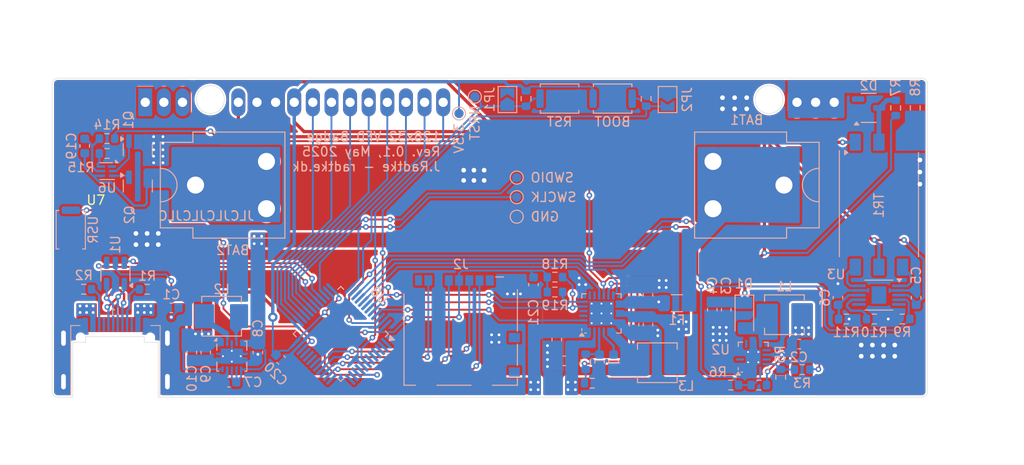
<source format=kicad_pcb>
(kicad_pcb (version 20240108) (generator "pcbnew") (generator_version "8.0")
  (layers (0 "F.Cu" signal) (31 "B.Cu" signal) (34 "B.Paste" user) (35 "F.Paste" user) (36 "B.SilkS" user "B.Silkscreen") (37 "F.SilkS" user "F.Silkscreen") (38 "B.Mask" user) (39 "F.Mask" user) (44 "Edge.Cuts" user))
  (net 0 "")
  (net 1 "GND")
  (net 2 "+45V")
  (net 3 "+3.3V")
  (net 4 "Net-(D1-A)")
  (net 5 "Net-(D2-K)")
  (net 6 "/Controller & Display/MOSI")
  (net 7 "Net-(U4-L2)")
  (net 8 "Net-(U4-L1)")
  (net 9 "/Controller & Display/MISO")
  (net 10 "Net-(J1-CC1)")
  (net 11 "Net-(J1-CC2)")
  (net 12 "Net-(J1-D+-PadA6)")
  (net 13 "Net-(J1-D--PadA7)")
  (net 14 "+5VBUS")
  (net 17 "GND1")
  (net 18 "Net-(C15-Pad1)")
  (net 19 "BAT")
  (net 20 "/Charger/Cout")
  (net 21 "Net-(Q1-D)")
  (net 22 "/Charger/Dout")
  (net 23 "/Charger/POWER_SEL")
  (net 24 "/Charger/~{CHARGE_EN}")
  (net 25 "/Charger/SDA")
  (net 26 "/Charger/SCL")
  (net 45 "/Controller & Display/SPI_SCK")
  (net 46 "/Controller & Display/CS")
  (net 47 "/Controller & Display/DISP_EN")
  (net 48 "/Controller & Display/NRST")
  (net 49 "/Controller & Display/BOOT0")
  (net 50 "/Controller & Display/FIL_EN")
  (net 51 "/Controller & Display/SWDIO")
  (net 52 "/Controller & Display/SWCLK")
  (net 53 "/Controller & Display/Filament Driver/F1")
  (net 54 "/Controller & Display/Filament Driver/F2")
  (net 55 "/Controller & Display/SIN1")
  (net 56 "VPMID_5V")
  (net 57 "/Controller & Display/LAT")
  (net 58 "/Controller & Display/SOUT2")
  (net 59 "/Controller & Display/GCP")
  (net 60 "/Controller & Display/SOUT1")
  (net 61 "/3.3V Power Supply/VSYS")
  (net 62 "/Controller & Display/CLK")
  (net 63 "/Controller & Display/BLK")
  (net 64 "/Controller & Display/SIN2")
  (net 65 "/Controller & Display/USB_DM")
  (net 66 "/Controller & Display/USB_DP")
  (net 67 "/Controller & Display/USR_BT")
  (net 68 "Net-(BAT1-Pin_1)")
  (net 69 "Net-(U3-SS{slash}ILIM)")
  (net 70 "Net-(U5-BTST)")
  (net 71 "Net-(U5-REGN)")
  (net 72 "Net-(U6-BAT)")
  (net 73 "Net-(U2-FB)")
  (net 74 "Net-(U3-CLK)")
  (net 75 "Net-(U5-TS)")
  (net 76 "Net-(U6-V-)")
  (net 77 "Net-(U3-SW2)")
  (net 78 "Net-(U3-SW1)")
  (net 87 "/Charger/QON")
  (net 90 "Net-(R8-Pad1)")
  (footprint "Noritake:MN12832L" (layer "F.Cu") (at 172.6 85.6)
    (property "Reference" "U7")
    (property "Value" "MN12832L")
  )
  (footprint "Capacitor_SMD:C_0603_1608Metric" (layer "B.Cu") (at 196.5 93.3 -90)
    (property "Reference" "C4")
    (property "Value" "0.47uF")
  )
  (footprint "Capacitor_SMD:C_0603_1608Metric" (layer "B.Cu") (at 210 92 90)
    (property "Reference" "C6")
    (property "Value" "0.47uF")
  )
  (footprint "Capacitor_SMD:C_0603_1608Metric" (layer "B.Cu") (at 179.8 96.5 -90)
    (property "Reference" "C11" (hide yes))
    (property "Value" "1uF")
  )
  (footprint "Inductor_SMD:L_Vishay_IHLP-1616" (layer "B.Cu") (at 190.6 99)
    (property "Reference" "L3")
    (property "Value" "2.2uH")
  )
  (footprint "Capacitor_SMD:C_0603_1608Metric" (layer "B.Cu") (at 189.6 94.9 -90)
    (property "Reference" "C13" (hide yes))
    (property "Value" "10uF")
  )
  (footprint "Resistor_SMD:R_0603_1608Metric" (layer "B.Cu") (at 216.2 71.6 90)
    (property "Reference" "R7")
    (property "Value" "10k")
  )
  (footprint "TestPoint:TestPoint_Pad_D1.0mm" (layer "B.Cu") (at 175.5 83.3 180)
    (property "Reference" "TP2" (hide yes))
    (property "Value" "GND")
  )
  (footprint "Resistor_SMD:R_0603_1608Metric" (layer "B.Cu") (at 183.6 101.2)
    (property "Reference" "R12" (hide yes))
    (property "Value" "10k")
  )
  (footprint "Package_TO_SOT_SMD:SOT-23-6" (layer "B.Cu") (at 132.4 89.4 90)
    (property "Reference" "U1")
    (property "Value" "USBLC6-2SC6")
  )
  (footprint "Package_TO_SOT_SMD:SOT-23" (layer "B.Cu") (at 134.8 76.1 -90)
    (property "Reference" "Q1")
    (property "Value" "CMSN3416K-HF")
  )
  (footprint "Fuse:Fuse_1206_3216Metric" (layer "B.Cu") (at 192.7 92.6)
    (property "Reference" "F1")
    (property "Value" "Fuse")
  )
  (footprint "Resistor_SMD:R_0603_1608Metric" (layer "B.Cu") (at 182.9 98.9 90)
    (property "Reference" "R13" (hide yes))
    (property "Value" "10k")
  )
  (footprint "Capacitor_SMD:C_0603_1608Metric" (layer "B.Cu") (at 205.85 97)
    (property "Reference" "C2")
    (property "Value" "10uF")
  )
  (footprint "Button_Switch_SMD:SW_Push_SPST_NO_Alps_SKRK" (layer "B.Cu") (at 127.6 84.7 90)
    (property "Reference" "SW3" (hide yes))
    (property "Value" "SKRKAEE020")
  )
  (footprint "Capacitor_SMD:C_0603_1608Metric" (layer "B.Cu") (at 129.1 75.7 -90)
    (property "Reference" "C19")
    (property "Value" "100nF")
  )
  (footprint "Resistor_SMD:R_0603_1608Metric" (layer "B.Cu") (at 179.6 91.4)
    (property "Reference" "R19")
    (property "Value" "4,7k")
  )
  (footprint "Package_QFP:LQFP-48_7x7mm_P0.5mm" (layer "B.Cu") (at 156.6 95.9 135)
    (property "Reference" "U8")
    (property "Value" "STM32U073CB")
  )
  (footprint "Capacitor_SMD:C_0603_1608Metric" (layer "B.Cu") (at 218.4 92 -90)
    (property "Reference" "C5")
    (property "Value" "100nF")
  )
  (footprint "Capacitor_SMD:C_0603_1608Metric" (layer "B.Cu") (at 138.4 93.1 180)
    (property "Reference" "C1")
    (property "Value" "100n")
  )
  (footprint "Capacitor_SMD:C_0603_1608Metric" (layer "B.Cu") (at 150.2 98.7 -45)
    (property "Reference" "C20")
    (property "Value" "100nF")
  )
  (footprint "Resistor_SMD:R_0603_1608Metric" (layer "B.Cu") (at 203.85 100.5375 -90)
    (property "Reference" "R5")
    (property "Value" "10k")
  )
  (footprint "Inductor_SMD:L_Vishay_IHLP-1616" (layer "B.Cu") (at 204.25 93.8375 180)
    (property "Reference" "L1")
    (property "Value" "4.7uH")
  )
  (footprint "Resistor_SMD:R_0603_1608Metric" (layer "B.Cu") (at 210.9 94.3)
    (property "Reference" "R11")
    (property "Value" "82k")
  )
  (footprint "Resistor_SMD:R_0603_1608Metric" (layer "B.Cu") (at 131.5 76.5)
    (property "Reference" "R15")
    (property "Value" "2.2k")
  )
  (footprint "Package_SON:WSON-6_1.5x1.5mm_P0.5mm" (layer "B.Cu") (at 131.5 78.4 180)
    (property "Reference" "U6")
    (property "Value" "BQ29737")
  )
  (footprint "Capacitor_SMD:C_0603_1608Metric" (layer "B.Cu") (at 180.6 98.8 180)
    (property "Reference" "C12" (hide yes))
    (property "Value" "10uF")
  )
  (footprint "Capacitor_SMD:C_0603_1608Metric" (layer "B.Cu") (at 189.6 91.7 90)
    (property "Reference" "C17" (hide yes))
    (property "Value" "10uF")
  )
  (footprint "USB-C-Power:TYPE-C-31-M-14" (layer "B.Cu") (at 132.4 100 180)
    (property "Reference" "J1")
    (property "Value" "USB_C_Receptacle_USB2.0_16P")
    (fp_line (start 4.6 3.2) (end 4.6 -2.7) (stroke (width 0.05)) (layer "Edge.Cuts"))
    (fp_line (start 3.2 3.8) (end 3.2 3.2) (stroke (width 0.05)) (layer "Edge.Cuts"))
    (fp_line (start 3.2 3.2) (end 4.6 3.2) (stroke (width 0.05)) (layer "Edge.Cuts"))
    (fp_line (start -3.1 3.8) (end 3.2 3.8) (stroke (width 0.05)) (layer "Edge.Cuts"))
    (fp_line (start -3.1 3.2) (end -3.1 3.8) (stroke (width 0.05)) (layer "Edge.Cuts"))
    (fp_line (start -4.6 3.2) (end -3.1 3.2) (stroke (width 0.05)) (layer "Edge.Cuts"))
    (fp_line (start -4.6 -2.7) (end -4.6 3.2) (stroke (width 0.05)) (layer "Edge.Cuts"))
  )
  (footprint "TestPoint:TestPoint_Pad_D1.0mm" (layer "B.Cu") (at 175.5 79.1 180)
    (property "Reference" "TP4" (hide yes))
    (property "Value" "SWDIO")
  )
  (footprint "Capacitor_SMD:C_0603_1608Metric" (layer "B.Cu") (at 185.9 98.9 90)
    (property "Reference" "C15" (hide yes))
    (property "Value" "47nF")
  )
  (footprint "Connector_Card:microSD_HC_Molex_104031-0811" (layer "B.Cu") (at 169.5 95.6 180)
    (property "Reference" "J2")
    (property "Value" "Micro_SD_Card_Det2")
  )
  (footprint "Resistor_SMD:R_0603_1608Metric" (layer "B.Cu") (at 198.5 101.4 180)
    (property "Reference" "R6")
    (property "Value" "100k")
  )
  (footprint "Resistor_SMD:R_0603_1608Metric" (layer "B.Cu") (at 216.9 94.3 180)
    (property "Reference" "R9")
    (property "Value" "100k")
  )
  (footprint "Capacitor_SMD:C_0603_1608Metric" (layer "B.Cu") (at 188.1 94.9 -90)
    (property "Reference" "C14" (hide yes))
    (property "Value" "10uF")
  )
  (footprint "Jumper:SolderJumper-2_P1.3mm_Open_TrianglePad1.0x1.5mm" (layer "B.Cu") (at 174.5 70.7 90)
    (property "Reference" "JP1")
    (property "Value" "NRST")
  )
  (footprint "TestPoint:TestPoint_Pad_D1.0mm" (layer "B.Cu") (at 171 70.4 180)
    (property "Reference" "TP3" (hide yes))
    (property "Value" "NRST")
  )
  (footprint "Resistor_SMD:R_0603_1608Metric" (layer "B.Cu") (at 176.5 70.6 -90)
    (property "Reference" "R16" (hide yes))
    (property "Value" "100k")
  )
  (footprint "Resistor_SMD:R_0603_1608Metric" (layer "B.Cu") (at 218.3 71.6 90)
    (property "Reference" "R8")
    (property "Value" "15R")
  )
  (footprint "Capacitor_SMD:C_0603_1608Metric" (layer "B.Cu") (at 147.7 97.9 -90)
    (property "Reference" "C8")
    (property "Value" "100nF")
  )
  (footprint "Battery:BatteryClip_Keystone_54_D16-19mm" (layer "B.Cu") (at 204.2 79.9 180)
    (property "Reference" "BAT1")
    (property "Value" "+")
  )
  (footprint "Resistor_SMD:R_0603_1608Metric" (layer "B.Cu") (at 179.6 89.8)
    (property "Reference" "R18")
    (property "Value" "4,7k")
  )
  (footprint "Resistor_SMD:R_0603_1608Metric" (layer "B.Cu") (at 213.9 94.3)
    (property "Reference" "R10")
    (property "Value" "82k")
  )
  (footprint "Battery:BatteryClip_Keystone_54_D16-19mm" (layer "B.Cu") (at 141 79.9)
    (property "Reference" "BAT2")
    (property "Value" "-")
  )
  (footprint "Button_Switch_SMD:SW_Push_SPST_NO_Alps_SKRK" (layer "B.Cu") (at 185.8 70.6)
    (property "Reference" "SW1" (hide yes))
    (property "Value" "SKRKAEE020")
  )
  (footprint "Resistor_SMD:R_0603_1608Metric" (layer "B.Cu") (at 135.8 91.1 180)
    (property "Reference" "R1")
    (property "Value" "5,1k")
  )
  (footprint "Noritake:Transformer_Wuerth_750316888" (layer "B.Cu") (at 214.4 82 -90)
    (property "Reference" "TR1")
    (property "Value" "750316888")
  )
  (footprint "Resistor_SMD:R_0603_1608Metric" (layer "B.Cu") (at 131.5 74.9 180)
    (property "Reference" "R14")
    (property "Value" "330R")
  )
  (footprint "Capacitor_SMD:C_0603_1608Metric" (layer "B.Cu") (at 188.1 91.7 90)
    (property "Reference" "C16" (hide yes))
    (property "Value" "10uF")
  )
  (footprint "TestPoint:TestPoint_Pad_D1.0mm" (layer "B.Cu") (at 169.3 72.2 180)
    (property "Reference" "TP1" (hide yes))
    (property "Value" "3.3V")
  )
  (footprint "Resistor_SMD:R_0603_1608Metric" (layer "B.Cu") (at 201.5 101.4 180)
    (property "Reference" "R4" (hide yes))
    (property "Value" "10k")
  )
  (footprint "Capacitor_SMD:C_0603_1608Metric" (layer "B.Cu") (at 184.4 98.9 -90)
    (property "Reference" "C18" (hide yes))
    (property "Value" "4.7uF")
  )
  (footprint "Package_SO:HVSSOP-10-1EP_3x3mm_P0.5mm_EP1.57x1.88mm" (layer "B.Cu") (at 214.4 91.73 180)
    (property "Reference" "U3")
    (property "Value" "SN6507DGQ")
  )
  (footprint "Diode_SMD:D_SOD-123F" (layer "B.Cu") (at 199.95 93.9375 -90)
    (property "Reference" "D1")
    (property "Value" "BAT46W")
  )
  (footprint "Capacitor_SMD:C_0603_1608Metric" (layer "B.Cu") (at 144.6 101.1 180)
    (property "Reference" "C7")
    (property "Value" "10uF")
  )
  (footprint "Resistor_SMD:R_0603_1608Metric" (layer "B.Cu") (at 206.15 99.7375 180)
    (property "Reference" "R3")
    (property "Value" "365k")
  )
  (footprint "Package_TO_SOT_SMD:SOT-23" (layer "B.Cu") (at 134.8 80 -90)
    (property "Reference" "Q2")
    (property "Value" "CMSN3416K-HF")
  )
  (footprint "Resistor_SMD:R_0603_1608Metric" (layer "B.Cu") (at 129 91.1)
    (property "Reference" "R2")
    (property "Value" "5,1k")
  )
  (footprint "Package_DFN_QFN:WQFN-24-1EP_4x4mm_P0.5mm_EP2.6x2.6mm_ThermalVias" (layer "B.Cu") (at 184.6 93.7)
    (property "Reference" "U5" (hide yes))
    (property "Value" "BQ25619")
  )
  (footprint "Capacitor_SMD:C_0603_1608Metric" (layer "B.Cu") (at 140.6 97.9 -90)
    (property "Reference" "C10")
    (property "Value" "10uF")
  )
  (footprint "Capacitor_SMD:C_0603_1608Metric" (layer "B.Cu") (at 142.1 97.9 -90)
    (property "Reference" "C9")
    (property "Value" "10uF")
  )
  (footprint "Capacitor_SMD:C_0603_1608Metric" (layer "B.Cu") (at 177.3 90.6 -90)
    (property "Reference" "C21")
    (property "Value" "100nF")
  )
  (footprint "Package_TO_SOT_SMD:SOT-23-3" (layer "B.Cu") (at 213.3 71.6)
    (property "Reference" "D2")
    (property "Value" "PZU84-B3V9R")
  )
  (footprint "Inductor_SMD:L_Vishay_IHLP-1616" (layer "B.Cu") (at 143.8 94)
    (property "Reference" "L2")
    (property "Value" "2.2uH")
  )
  (footprint "Resistor_SMD:R_0603_1608Metric" (layer "B.Cu") (at 189.4 70.6 90)
    (property "Reference" "R17" (hide yes))
    (property "Value" "100k")
  )
  (footprint "Jumper:SolderJumper-2_P1.3mm_Open_TrianglePad1.0x1.5mm" (layer "B.Cu") (at 191.7 70.7 -90)
    (property "Reference" "JP2")
    (property "Value" "BOOT")
  )
  (footprint "Capacitor_SMD:C_0603_1608Metric" (layer "B.Cu") (at 198 93.3 -90)
    (property "Reference" "C3")
    (property "Value" "0.47uF")
  )
  (footprint "Button_Switch_SMD:SW_Push_SPST_NO_Alps_SKRK" (layer "B.Cu") (at 180.1 70.6 180)
    (property "Reference" "SW2" (hide yes))
    (property "Value" "SKRKAEE020")
  )
  (footprint "Package_SON:Texas_DRC0010J_ThermalVias" (layer "B.Cu") (at 144.9 98.3 -90)
    (property "Reference" "U4" (hide yes))
    (property "Value" "TPS63001")
  )
  (footprint "Package_DFN_QFN:WQFN-16-1EP_3x3mm_P0.5mm_EP1.6x1.6mm_ThermalVias" (layer "B.Cu") (at 200.9 98.4)
    (property "Reference" "U2")
    (property "Value" "TPS61391")
  )
  (footprint "TestPoint:TestPoint_Pad_D1.0mm" (layer "B.Cu") (at 175.5 81.2 180)
    (property "Reference" "TP5" (hide yes))
    (property "Value" "SWCLK")
  )
  (gr_circle (center 202.6 70.7) (end 204.1 70.7) (stroke (width 0.05)) (fill none) (layer "Edge.Cuts"))
  (gr_line (start 137 102.7) (end 219 102.7) (stroke (width 0.05)) (layer "Edge.Cuts"))
  (gr_circle (center 142.6 70.7) (end 144.1 70.7) (stroke (width 0.05)) (fill none) (layer "Edge.Cuts"))
  (gr_arc (start 219.6 102.1) (mid 219.424264 102.524264) (end 219 102.7) (stroke (width 0.05)) (layer "Edge.Cuts"))
  (gr_arc (start 125.6 69) (mid 125.775736 68.575736) (end 126.2 68.4) (stroke (width 0.05)) (layer "Edge.Cuts"))
  (gr_line (start 126.2 102.7) (end 127.8 102.7) (stroke (width 0.05)) (layer "Edge.Cuts"))
  (gr_line (start 219.6 102.1) (end 219.6 69) (stroke (width 0.05)) (layer "Edge.Cuts"))
  (gr_arc (start 219 68.4) (mid 219.424264 68.575736) (end 219.6 69) (stroke (width 0.05)) (layer "Edge.Cuts"))
  (gr_arc (start 126.2 102.7) (mid 125.775736 102.524264) (end 125.6 102.1) (stroke (width 0.05)) (layer "Edge.Cuts"))
  (gr_line (start 125.6 69) (end 125.6 102.1) (stroke (width 0.05)) (layer "Edge.Cuts"))
  (gr_line (start 219 68.4) (end 126.2 68.4) (stroke (width 0.05)) (layer "Edge.Cuts"))
  (gr_text "RST" (at 180.1 73.1 0) (layer "B.SilkS") (effects (font (size 1 1)) (justify mirror)))
  (gr_text "JLCJLCJLCJLC" (at 147.4 83.8 0) (layer "B.SilkS") (effects (font (size 1 1)) (justify left bottom mirror)))
  (gr_text "3.3V" (at 169.3 76.6 90) (layer "B.SilkS") (effects (font (size 1 1)) (justify right mirror)))
  (gr_text "NRST" (at 171 75.2 90) (layer "B.SilkS") (effects (font (size 1 1)) (justify right mirror)))
  (gr_text "USR" (at 130 84.7 90) (layer "B.SilkS") (effects (font (size 1 1)) (justify mirror)))
  (gr_text "128x32 VFD Badge\nRev. 0.1, May 2025\nJ.Radtke - radtke.dk" (at 167.4 78.5 0) (layer "B.SilkS") (effects (font (size 1 1)) (justify left bottom mirror)))
  (gr_text "BOOT" (at 185.8 73.1 0) (layer "B.SilkS") (effects (font (size 1 1)) (justify mirror)))
  (gr_text "SWCLK" (at 176.9 81.2 0) (layer "B.SilkS") (effects (font (size 1 1)) (justify right mirror)))
  (gr_text "SWDIO" (at 176.9 79.1 0) (layer "B.SilkS") (effects (font (size 1 1)) (justify right mirror)))
  (gr_text "GND" (at 176.9 83.3 0) (layer "B.SilkS") (effects (font (size 1 1)) (justify right mirror)))
  (via (at 197.3 95.9) (size 0.6) (drill 0.3) (layers "F.Cu" "B.Cu") (net 1))
  (via (at 137.5 75.4) (size 0.6) (drill 0.3) (layers "F.Cu" "B.Cu") (net 1))
  (via (at 196.6 96.6) (size 0.6) (drill 0.3) (layers "F.Cu" "B.Cu") (net 1))
  (via (at 218.8 78.5) (size 1) (drill 0.5) (layers "F.Cu" "B.Cu") (net 1))
  (via (at 212.5 98.3) (size 1) (drill 0.5) (layers "F.Cu" "B.Cu") (net 1))
  (via (at 178.8 99.4125) (size 0.6) (drill 0.3) (layers "F.Cu" "B.Cu") (net 1))
  (via (at 137.5 76.1) (size 0.6) (drill 0.3) (layers "F.Cu" "B.Cu") (net 1))
  (via (at 213.7 97.1) (size 1) (drill 0.5) (layers "F.Cu" "B.Cu") (net 1))
  (via (at 136.5 74.7) (size 0.6) (drill 0.3) (layers "F.Cu" "B.Cu") (net 1))
  (via (at 178.8 97.1625) (size 0.6) (drill 0.3) (layers "F.Cu" "B.Cu") (net 1))
  (via (at 169.8 79.4) (size 1) (drill 0.5) (layers "F.Cu" "B.Cu") (net 1))
  (via (at 172 78.3) (size 1) (drill 0.5) (layers "F.Cu" "B.Cu") (net 1))
  (via (at 172 79.4) (size 1) (drill 0.5) (layers "F.Cu" "B.Cu") (net 1))
  (via (at 134.6 85.1) (size 1) (drill 0.5) (layers "F.Cu" "B.Cu") (net 1))
  (via (at 191.55 90.9125) (size 0.6) (drill 0.3) (layers "F.Cu" "B.Cu") (net 1))
  (via (at 218.8 77.2) (size 1) (drill 0.5) (layers "F.Cu" "B.Cu") (net 1))
  (via (at 147.7 98.1) (size 0.6) (drill 0.3) (layers "F.Cu" "B.Cu") (net 1))
  (via (at 182.2 90.6) (size 0.6) (drill 0.3) (layers "F.Cu" "B.Cu") (net 1))
  (via (at 136.5 75.4) (size 0.6) (drill 0.3) (layers "F.Cu" "B.Cu") (net 1))
  (via (at 135.8 85.1) (size 1) (drill 0.5) (layers "F.Cu" "B.Cu") (net 1))
  (via (at 175.9 91.6) (size 0.6) (drill 0.3) (layers "F.Cu" "B.Cu") (net 1))
  (via (at 214.9 98.3) (size 1) (drill 0.5) (layers "F.Cu" "B.Cu") (net 1))
  (via (at 137.5 76.8) (size 0.6) (drill 0.3) (layers "F.Cu" "B.Cu") (net 1))
  (via (at 136.5 76.1) (size 0.6) (drill 0.3) (layers "F.Cu" "B.Cu") (net 1))
  (via (at 211.2 94.3) (size 0.6) (drill 0.3) (layers "F.Cu" "B.Cu") (net 1))
  (via (at 137.5 74.7) (size 0.6) (drill 0.3) (layers "F.Cu" "B.Cu") (net 1))
  (via (at 190.65 96.09627) (size 0.6) (drill 0.3) (layers "F.Cu" "B.Cu") (net 1))
  (via (at 173.6 96.8) (size 0.6) (drill 0.3) (layers "F.Cu" "B.Cu") (net 1))
  (via (at 172.8 96) (size 0.6) (drill 0.3) (layers "F.Cu" "B.Cu") (net 1))
  (via (at 190.8 90.1625) (size 0.6) (drill 0.3) (layers "F.Cu" "B.Cu") (net 1))
  (via (at 172.8 96.8) (size 0.6) (drill 0.3) (layers "F.Cu" "B.Cu") (net 1))
  (via (at 198.9 70.5) (size 1) (drill 0.5) (layers "F.Cu" "B.Cu") (net 1))
  (via (at 218.8 79.8) (size 1) (drill 0.5) (layers "F.Cu" "B.Cu") (net 1))
  (via (at 198 95.9) (size 0.6) (drill 0.3) (layers "F.Cu" "B.Cu") (net 1))
  (via (at 137.5 77.5) (size 0.6) (drill 0.3) (layers "F.Cu" "B.Cu") (net 1))
  (via (at 182.2 89.9) (size 0.6) (drill 0.3) (layers "F.Cu" "B.Cu") (net 1))
  (via (at 200.2 70.5) (size 1) (drill 0.5) (layers "F.Cu" "B.Cu") (net 1))
  (via (at 178.8 97.9125) (size 0.6) (drill 0.3) (layers "F.Cu" "B.Cu") (net 1))
  (via (at 196.6 95.2) (size 0.6) (drill 0.3) (layers "F.Cu" "B.Cu") (net 1))
  (via (at 134.6 86.3) (size 1) (drill 0.5) (layers "F.Cu" "B.Cu") (net 1))
  (via (at 137 85.1) (size 1) (drill 0.5) (layers "F.Cu" "B.Cu") (net 1))
  (via (at 198.9 71.7) (size 1) (drill 0.5) (layers "F.Cu" "B.Cu") (net 1))
  (via (at 196.6 95.9) (size 0.6) (drill 0.3) (layers "F.Cu" "B.Cu") (net 1))
  (via (at 216.1 98.3) (size 1) (drill 0.5) (layers "F.Cu" "B.Cu") (net 1))
  (via (at 214.9 97.1) (size 1) (drill 0.5) (layers "F.Cu" "B.Cu") (net 1))
  (via (at 135.8 86.3) (size 1) (drill 0.5) (layers "F.Cu" "B.Cu") (net 1))
  (via (at 197.3 95.2) (size 0.6) (drill 0.3) (layers "F.Cu" "B.Cu") (net 1))
  (via (at 182.9 90.6) (size 0.6) (drill 0.3) (layers "F.Cu" "B.Cu") (net 1))
  (via (at 178.8 98.6625) (size 0.6) (drill 0.3) (layers "F.Cu" "B.Cu") (net 1))
  (via (at 136.5 77.5) (size 0.6) (drill 0.3) (layers "F.Cu" "B.Cu") (net 1))
  (via (at 197.6 71.7) (size 1) (drill 0.5) (layers "F.Cu" "B.Cu") (net 1))
  (via (at 216.1 97.1) (size 1) (drill 0.5) (layers "F.Cu" "B.Cu") (net 1))
  (via (at 190.65 95.49627) (size 0.6) (drill 0.3) (layers "F.Cu" "B.Cu") (net 1))
  (via (at 198 95.2) (size 0.6) (drill 0.3) (layers "F.Cu" "B.Cu") (net 1))
  (via (at 137 86.3) (size 1) (drill 0.5) (layers "F.Cu" "B.Cu") (net 1))
  (via (at 200.2 71.7) (size 1) (drill 0.5) (layers "F.Cu" "B.Cu") (net 1))
  (via (at 213.7 98.3) (size 1) (drill 0.5) (layers "F.Cu" "B.Cu") (net 1))
  (via (at 175.2 91.6) (size 0.6) (drill 0.3) (layers "F.Cu" "B.Cu") (net 1))
  (via (at 197.3 96.6) (size 0.6) (drill 0.3) (layers "F.Cu" "B.Cu") (net 1))
  (via (at 169.8 78.3) (size 1) (drill 0.5) (layers "F.Cu" "B.Cu") (net 1))
  (via (at 170.9 78.3) (size 1) (drill 0.5) (layers "F.Cu" "B.Cu") (net 1))
  (via (at 173.6 96) (size 0.6) (drill 0.3) (layers "F.Cu" "B.Cu") (net 1))
  (via (at 136.5 76.8) (size 0.6) (drill 0.3) (layers "F.Cu" "B.Cu") (net 1))
  (via (at 210 90.5) (size 0.6) (drill 0.3) (layers "F.Cu" "B.Cu") (net 1))
  (via (at 215.4 94.3) (size 0.6) (drill 0.3) (layers "F.Cu" "B.Cu") (net 1))
  (via (at 190.8 90.9125) (size 0.6) (drill 0.3) (layers "F.Cu" "B.Cu") (net 1))
  (via (at 197.6 70.5) (size 1) (drill 0.5) (layers "F.Cu" "B.Cu") (net 1))
  (via (at 191.55 90.1625) (size 0.6) (drill 0.3) (layers "F.Cu" "B.Cu") (net 1))
  (via (at 212.5 97.1) (size 1) (drill 0.5) (layers "F.Cu" "B.Cu") (net 1))
  (via (at 174.5 91.6) (size 0.6) (drill 0.3) (layers "F.Cu" "B.Cu") (net 1))
  (via (at 198 96.6) (size 0.6) (drill 0.3) (layers "F.Cu" "B.Cu") (net 1))
  (via (at 170.9 79.4) (size 1) (drill 0.5) (layers "F.Cu" "B.Cu") (net 1))
  (segment (start 155.792066 91.910086) (end 155.247658 91.365678) (width 0.2) (layer "B.Cu") (net 1))
  (segment (start 143.725 101.075) (end 144.4 100.4) (width 0.2) (layer "B.Cu") (net 1))
  (segment (start 182.2 70.6) (end 182.2 69.7) (width 0.2) (layer "B.Cu") (net 1))
  (segment (start 182.2 71.8) (end 182.2 70.6) (width 0.2) (layer "B.Cu") (net 1))
  (segment (start 200.65 97.55) (end 200.35 97.85) (width 0.2) (layer "B.Cu") (net 1))
  (segment (start 155.792066 93.540595) (end 155.792066 93.525954) (width 0.2) (layer "B.Cu") (net 1))
  (segment (start 144.4 100.4) (end 144.4 99.7) (width 0.2) (layer "B.Cu") (net 1))
  (segment (start 200.65 96.9625) (end 200.65 97.55) (width 0.2) (layer "B.Cu") (net 1))
  (segment (start 210 91.225) (end 210 90.5) (width 0.2) (layer "B.Cu") (net 1))
  (segment (start 143.5 98.875) (end 143.3 98.875) (width 0.35) (layer "B.Cu") (net 1))
  (segment (start 144.9 98.875) (end 143.5 98.875) (width 0.35) (layer "B.Cu") (net 1))
  (segment (start 159.013002 99.373662) (end 158.422148 98.782808) (width 0.2) (layer "B.Cu") (net 1))
  (segment (start 184.4 101.175) (end 184.425 101.2) (width 0.25) (layer "B.Cu") (net 1))
  (segment (start 152.065678 97.252342) (end 155.792066 93.525954) (width 0.2) (layer "B.Cu") (net 1))
  (segment (start 144.9 98.875) (end 147.3 98.875) (width 0.35) (layer "B.Cu") (net 1))
  (segment (start 201.15 100.45) (end 201.1 100.5) (width 0.2) (layer "B.Cu") (net 1))
  (segment (start 216.55 91.23) (end 218.395 91.23) (width 0.25) (layer "B.Cu") (net 1))
  (segment (start 152.047658 97.252342) (end 151.2 98.1) (width 0.2) (layer "B.Cu") (net 1))
  (segment (start 212.245 91.225) (end 212.25 91.23) (width 0.2) (layer "B.Cu") (net 1))
  (segment (start 200.7 100.5) (end 200.2 100.5) (width 0.2) (layer "B.Cu") (net 1))
  (segment (start 184.4 99.675) (end 184.4 101.175) (width 0.25) (layer "B.Cu") (net 1))
  (segment (start 201.1 100.5) (end 200.7 100.5) (width 0.2) (layer "B.Cu") (net 1))
  (segment (start 200.65 99.8375) (end 200.65 100.45) (width 0.2) (layer "B.Cu") (net 1))
  (segment (start 186.712648 69.3) (end 184.012648 72) (width 0.2) (layer "B.Cu") (net 1))
  (segment (start 199.4625 98.15) (end 198.45 98.15) (width 0.2) (layer "B.Cu") (net 1))
  (segment (start 200.15 100.45) (end 200.2 100.5) (width 0.2) (layer "B.Cu") (net 1))
  (segment (start 188.925 69.3) (end 186.712648 69.3) (width 0.2) (layer "B.Cu") (net 1))
  (segment (start 189.4 69.775) (end 188.925 69.3) (width 0.2) (layer "B.Cu") (net 1))
  (segment (start 151.2 98.1) (end 151.2 98.796016) (width 0.2) (layer "B.Cu") (net 1))
  (segment (start 196.5 95.1) (end 196.5 94.075) (width 0.2) (layer "B.Cu") (net 1))
  (segment (start 157.4 95.138512) (end 157.389983 95.138512) (width 0.2) (layer "B.Cu") (net 1))
  (segment (start 198 94.075) (end 198 95.2) (width 0.2) (layer "B.Cu") (net 1))
  (segment (start 198.75 99.15) (end 198.45 99.15) (width 0.2) (layer "B.Cu") (net 1))
  (segment (start 143.725 101.1) (end 143.725 101.075) (width 0.2) (layer "B.Cu") (net 1))
  (segment (start 142.3 98.875) (end 142.1 98.675) (width 0.35) (layer "B.Cu") (net 1))
  (segment (start 199.4625 99.15) (end 198.75 99.15) (width 0.2) (layer "B.Cu") (net 1))
  (segment (start 151.2 98.796016) (end 150.748008 99.248008) (width 0.2) (layer "B.Cu") (net 1))
  (segment (start 196.6 95.2) (end 196.5 95.1) (width 0.2) (layer "B.Cu") (net 1))
  (segment (start 199.4625 97.65) (end 198.45 97.65) (width 0.2) (layer "B.Cu") (net 1))
  (segment (start 147.3 98.875) (end 147.7 98.475) (width 0.35) (layer "B.Cu") (net 1))
  (segment (start 201.15 96.9625) (end 201.15 97.55) (width 0.2) (layer "B.Cu") (net 1))
  (segment (start 160.543468 95.138512) (end 157.4 95.138512) (width 0.2) (layer "B.Cu") (net 1))
  (segment (start 191.5 69.775) (end 191.7 69.975) (width 0.2) (layer "B.Cu") (net 1))
  (segment (start 161.134322 94.547658) (end 160.543468 95.138512) (width 0.2) (layer "B.Cu") (net 1))
  (segment (start 182.4 72) (end 182.2 71.8) (width 0.2) (layer "B.Cu") (net 1))
  (segment (start 201.15 99.8375) (end 201.15 100.45) (width 0.2) (layer "B.Cu") (net 1))
  (segment (start 200.15 99.8375) (end 200.15 100.45) (width 0.2) (layer "B.Cu") (net 1))
  (segment (start 158.422148 96.16066) (end 157.4 95.138512) (width 0.2) (layer "B.Cu") (net 1))
  (segment (start 216.075 94.3) (end 215.4 94.3) (width 0.2) (layer "B.Cu") (net 1))
  (segment (start 155.792066 93.525954) (end 155.792066 91.910086) (width 0.2) (layer "B.Cu") (net 1))
  (segment (start 152.065678 97.252342) (end 152.047658 97.252342) (width 0.2) (layer "B.Cu") (net 1))
  (segment (start 218.395 91.23) (end 218.4 91.225) (width 0.25) (layer "B.Cu") (net 1))
  (segment (start 214.725 94.3) (end 215.4 94.3) (width 0.2) (layer "B.Cu") (net 1))
  (segment (start 184.012648 72) (end 182.4 72) (width 0.2) (layer "B.Cu") (net 1))
  (segment (start 158.422148 98.782808) (end 158.422148 96.16066) (width 0.2) (layer "B.Cu") (net 1))
  (segment (start 189.4 69.775) (end 191.5 69.775) (width 0.2) (layer "B.Cu") (net 1))
  (segment (start 143.1 98.675) (end 140.5 98.675) (width 0.35) (layer "B.Cu") (net 1))
  (segment (start 143.3 98.875) (end 143.1 98.675) (width 0.35) (layer "B.Cu") (net 1))
  (segment (start 211.725 94.3) (end 211.2 94.3) (width 0.2) (layer "B.Cu") (net 1))
  (segment (start 201.15 97.55) (end 201.45 97.85) (width 0.2) (layer "B.Cu") (net 1))
  (segment (start 157.389983 95.138512) (end 155.792066 93.540595) (width 0.2) (layer "B.Cu") (net 1))
  (segment (start 200.65 100.45) (end 200.7 100.5) (width 0.2) (layer "B.Cu") (net 1))
  (segment (start 210 91.225) (end 212.245 91.225) (width 0.2) (layer "B.Cu") (net 1))
  (segment (start 147.7 98.675) (end 147.7 98.1) (width 0.2) (layer "B.Cu") (net 1))
  (segment (start 144.9 96.9) (end 144.9 97.725) (width 0.2) (layer "B.Cu") (net 1))
  (segment (start 207.7 90.8) (end 208 91.1) (width 0.2) (layer "F.Cu") (net 2))
  (segment (start 207.7 90.8) (end 200 90.8) (width 0.2) (layer "F.Cu") (net 2))
  (segment (start 208 91.1) (end 208 99.6) (width 0.2) (layer "F.Cu") (net 2))
  (segment (start 200 89.3) (end 200 90.8) (width 0.35) (layer "F.Cu") (net 2))
  (segment (start 208 99.6) (end 207.9 99.7) (width 0.2) (layer "F.Cu") (net 2))
  (segment (start 145.6 73.5) (end 145.6 71) (width 0.35) (layer "F.Cu") (net 2))
  (segment (start 200 90.8) (end 200 91.5) (width 0.35) (layer "F.Cu") (net 2))
  (segment (start 201.8 74.7) (end 146.8 74.7) (width 0.35) (layer "F.Cu") (net 2))
  (segment (start 202.1 87.2) (end 200 89.3) (width 0.35) (layer "F.Cu") (net 2))
  (segment (start 202.1 75) (end 201.8 74.7) (width 0.35) (layer "F.Cu") (net 2))
  (segment (start 146.8 74.7) (end 145.6 73.5) (width 0.35) (layer "F.Cu") (net 2))
  (segment (start 202.1 87.2) (end 202.1 75) (width 0.35) (layer "F.Cu") (net 2))
  (via (at 207.9 99.7) (size 0.6) (drill 0.3) (layers "F.Cu" "B.Cu") (net 2))
  (via (at 200 91.5) (size 0.6) (drill 0.3) (layers "F.Cu" "B.Cu") (net 2))
  (via (at 202.1 87.2) (size 0.6) (drill 0.3) (layers "F.Cu" "B.Cu") (net 2))
  (segment (start 207.9 99.7) (end 207.0125 99.7) (width 0.2) (layer "B.Cu") (net 2))
  (segment (start 200 91.5) (end 200 92.4875) (width 0.35) (layer "B.Cu") (net 2))
  (segment (start 216.2 72.425) (end 215.7 72.925) (width 0.2) (layer "B.Cu") (net 2))
  (segment (start 200 92.4875) (end 199.95 92.5375) (width 0.35) (layer "B.Cu") (net 2))
  (segment (start 206.7 87.2) (end 202.1 87.2) (width 0.2) (layer "B.Cu") (net 2))
  (segment (start 215.7 78.2) (end 206.7 87.2) (width 0.2) (layer "B.Cu") (net 2))
  (segment (start 207.0125 99.7) (end 206.975 99.7375) (width 0.2) (layer "B.Cu") (net 2))
  (segment (start 215.7 72.925) (end 215.7 78.2) (width 0.2) (layer "B.Cu") (net 2))
  (segment (start 151.6 73.1) (end 151.6 71) (width 0.35) (layer "F.Cu") (net 3))
  (segment (start 202.027818 74.15) (end 169.1 74.15) (width 0.35) (layer "F.Cu") (net 3))
  (segment (start 149.3 94.1) (end 149.3 93) (width 0.35) (layer "F.Cu") (net 3))
  (segment (start 156.051471 100.3) (end 154.884745 99.133274) (width 0.2) (layer "F.Cu") (net 3))
  (segment (start 154.884745 99.133274) (end 154.884745 97.892279) (width 0.2) (layer "F.Cu") (net 3))
  (segment (start 160.5 100.3) (end 156.051471 100.3) (width 0.2) (layer "F.Cu") (net 3))
  (segment (start 154.915255 93.584745) (end 154.884745 93.584745) (width 0.2) (layer "F.Cu") (net 3))
  (segment (start 213.677818 85.8) (end 202.027818 74.15) (width 0.35) (layer "F.Cu") (net 3))
  (segment (start 156.4 92.1) (end 154.915255 93.584745) (width 0.2) (layer "F.Cu") (net 3))
  (segment (start 152.65 74.15) (end 151.6 73.1) (width 0.35) (layer "F.Cu") (net 3))
  (segment (start 147.7 91.4) (end 141.9 91.4) (width 0.35) (layer "F.Cu") (net 3))
  (segment (start 154.884745 97.892279) (end 157.038512 95.738512) (width 0.2) (layer "F.Cu") (net 3))
  (segment (start 213.9 85.8) (end 217.1 85.8) (width 0.25) (layer "F.Cu") (net 3))
  (segment (start 213.9 85.8) (end 213.677818 85.8) (width 0.35) (layer "F.Cu") (net 3))
  (segment (start 157.038512 95.738512) (end 154.884745 93.584745) (width 0.2) (layer "F.Cu") (net 3))
  (segment (start 169.3 94.1) (end 163.9 94.1) (width 0.2) (layer "F.Cu") (net 3))
  (segment (start 163.9 94.1) (end 163.8 94.2) (width 0.2) (layer "F.Cu") (net 3))
  (segment (start 149.3 93) (end 147.7 91.4) (width 0.35) (layer "F.Cu") (net 3))
  (segment (start 159.2 95.738512) (end 157.038512 95.738512) (width 0.2) (layer "F.Cu") (net 3))
  (segment (start 169.3 74.15) (end 152.65 74.15) (width 0.35) (layer "F.Cu") (net 3))
  (via (at 142.4 95.9) (size 0.6) (drill 0.3) (layers "F.Cu" "B.Cu") (net 3))
  (via (at 169.3 94.1) (size 0.6) (drill 0.3) (layers "F.Cu" "B.Cu") (net 3))
  (via (at 141 95.9) (size 0.6) (drill 0.3) (layers "F.Cu" "B.Cu") (net 3))
  (via (at 213.9 85.8) (size 0.6) (drill 0.3) (layers "F.Cu" "B.Cu") (net 3))
  (via (at 154.884745 93.584745) (size 0.6) (drill 0.3) (layers "F.Cu" "B.Cu") (net 3))
  (via (at 159.2 95.738512) (size 0.6) (drill 0.3) (layers "F.Cu" "B.Cu") (net 3))
  (via (at 217.1 85.8) (size 0.6) (drill 0.3) (layers "F.Cu" "B.Cu") (net 3))
  (via (at 156.4 92.1) (size 0.6) (drill 0.3) (layers "F.Cu" "B.Cu") (net 3))
  (via (at 163.8 94.2) (size 0.6) (drill 0.3) (layers "F.Cu" "B.Cu") (net 3))
  (via (at 160.5 100.3) (size 0.6) (drill 0.3) (layers "F.Cu" "B.Cu") (net 3))
  (via (at 149.3 94.1) (size 1) (drill 0.5) (layers "F.Cu" "B.Cu") (net 3))
  (via (at 141.7 95.9) (size 0.6) (drill 0.3) (layers "F.Cu" "B.Cu") (net 3))
  (segment (start 151.6 71) (end 151.6 70.285) (width 0.35) (layer "B.Cu") (net 3))
  (segment (start 151.6 86.2) (end 151.6 71) (width 0.35) (layer "B.Cu") (net 3))
  (segment (start 174.5 69.975) (end 174.5 69.3) (width 0.2) (layer "B.Cu") (net 3))
  (segment (start 169.305 90.15) (end 169.305 89.4) (width 0.2) (layer "B.Cu") (net 3))
  (segment (start 217.1 85.8) (end 219.2 87.9) (width 0.25) (layer "B.Cu") (net 3))
  (segment (start 176.5 69.775) (end 176.975 69.3) (width 0.2) (layer "B.Cu") (net 3))
  (segment (start 139.7 99.7) (end 139.7 97.3) (width 0.2) (layer "B.Cu") (net 3))
  (segment (start 156.4 91.810912) (end 155.601212 91.012124) (width 0.2) (layer "B.Cu") (net 3))
  (segment (start 174.185 68.785) (end 174.6 69.2) (width 0.35) (layer "B.Cu") (net 3))
  (segment (start 213.9 85.8) (end 214.4 86.3) (width 0.35) (layer "B.Cu") (net 3))
  (segment (start 169.3 68.785) (end 174.185 68.785) (width 0.35) (layer "B.Cu") (net 3))
  (segment (start 162.3 95.7) (end 163.8 94.2) (width 0.2) (layer "B.Cu") (net 3))
  (segment (start 183.7 70.6) (end 183.7 70.812648) (width 0.2) (layer "B.Cu") (net 3))
  (segment (start 176.9 89.1) (end 177.3 89.5) (width 0.2) (layer "B.Cu") (net 3))
  (segment (start 169.305 89.4) (end 169.605 89.1) (width 0.2) (layer "B.Cu") (net 3))
  (segment (start 160.5 100.3) (end 159.232234 100.3) (width 0.2) (layer "B.Cu") (net 3))
  (segment (start 177.3 89.5) (end 177.3 89.825) (width 0.2) (layer "B.Cu") (net 3))
  (segment (start 219.2 91.975) (end 218.4 92.775) (width 0.25) (layer "B.Cu") (net 3))
  (segment (start 143.9 99.7) (end 139.7 99.7) (width 0.2) (layer "B.Cu") (net 3))
  (segment (start 149.3 88.5) (end 151.6 86.2) (width 0.35) (layer "B.Cu") (net 3))
  (segment (start 149.3 97.8) (end 149.651992 98.151992) (width 0.2) (layer "B.Cu") (net 3))
  (segment (start 149.3 94.1) (end 149.3 97.8) (width 0.2) (layer "B.Cu") (net 3))
  (segment (start 169.305 94.095) (end 169.305 90.15) (width 0.2) (layer "B.Cu") (net 3))
  (segment (start 151.701212 96.898788) (end 151.712124 96.898788) (width 0.2) (layer "B.Cu") (net 3))
  (segment (start 183.4 69.3) (end 183.7 69.6) (width 0.2) (layer "B.Cu") (net 3))
  (segment (start 151.712124 96.757366) (end 154.884745 93.584745) (width 0.2) (layer "B.Cu") (net 3))
  (segment (start 169.3 94.1) (end 169.305 94.095) (width 0.2) (layer "B.Cu") (net 3))
  (segment (start 160.689088 95.7) (end 159.238512 95.7) (width 0.2) (layer "B.Cu") (net 3))
  (segment (start 149.651992 98.151992) (end 150.103984 97.7) (width 0.2) (layer "B.Cu") (net 3))
  (segment (start 175.925 69.2) (end 176.5 69.775) (width 0.35) (layer "B.Cu") (net 3))
  (segment (start 176.975 69.3) (end 183.4 69.3) (width 0.2) (layer "B.Cu") (net 3))
  (segment (start 150.103984 97.7) (end 150.9 97.7) (width 0.2) (layer "B.Cu") (net 3))
  (segment (start 153.1 68.785) (end 169.3 68.785) (width 0.35) (layer "B.Cu") (net 3))
  (segment (start 156.4 92.1) (end 156.4 91.810912) (width 0.2) (layer "B.Cu") (net 3))
  (segment (start 169.605 89.1) (end 176.9 89.1) (width 0.2) (layer "B.Cu") (net 3))
  (segment (start 150.9 97.7) (end 151.701212 96.898788) (width 0.2) (layer "B.Cu") (net 3))
  (segment (start 178.775 89.575) (end 178.775 89.8) (width 0.2) (layer "B.Cu") (net 3))
  (segment (start 151.6 70.285) (end 153.1 68.785) (width 0.35) (layer "B.Cu") (net 3))
  (segment (start 159.232234 100.3) (end 158.659449 99.727215) (width 0.2) (layer "B.Cu") (net 3))
  (segment (start 174.5 69.3) (end 174.6 69.2) (width 0.2) (layer "B.Cu") (net 3))
  (segment (start 218.4 92.6) (end 218.4 92.775) (width 0.25) (layer "B.Cu") (net 3))
  (segment (start 159.238512 95.7) (end 159.2 95.738512) (width 0.2) (layer "B.Cu") (net 3))
  (segment (start 214.4 86.3) (end 214.4 88.715) (width 0.35) (layer "B.Cu") (net 3))
  (segment (start 176.9 89.1) (end 178.3 89.1) (width 0.2) (layer "B.Cu") (net 3))
  (segment (start 216.55 91.73) (end 217.53 91.73) (width 0.25) (layer "B.Cu") (net 3))
  (segment (start 178.75 90.025) (end 178.775 90) (width 0.2) (layer "B.Cu") (net 3))
  (segment (start 151.712124 96.898788) (end 151.712124 96.757366) (width 0.2) (layer "B.Cu") (net 3))
  (segment (start 183.7 69.6) (end 183.7 70.6) (width 0.2) (layer "B.Cu") (net 3))
  (segment (start 169.3 72.2) (end 169.3 68.785) (width 0.2) (layer "B.Cu") (net 3))
  (segment (start 174.6 69.2) (end 175.925 69.2) (width 0.35) (layer "B.Cu") (net 3))
  (segment (start 178.3 89.1) (end 178.775 89.575) (width 0.2) (layer "B.Cu") (net 3))
  (segment (start 160.689088 95.7) (end 162.3 95.7) (width 0.2) (layer "B.Cu") (net 3))
  (segment (start 219.2 87.9) (end 219.2 91.975) (width 0.25) (layer "B.Cu") (net 3))
  (segment (start 217.53 91.73) (end 218.4 92.6) (width 0.25) (layer "B.Cu") (net 3))
  (segment (start 149.3 94.1) (end 149.3 88.5) (width 0.35) (layer "B.Cu") (net 3))
  (segment (start 178.775 91.4) (end 178.775 89.8) (width 0.2) (layer "B.Cu") (net 3))
  (segment (start 161.487876 94.901212) (end 160.689088 95.7) (width 0.2) (layer "B.Cu") (net 3))
  (segment (start 215.2625 70.775) (end 214.4375 71.6) (width 0.5) (layer "B.Cu") (net 5))
  (segment (start 214.4 75.285) (end 214.4 71.6375) (width 0.5) (layer "B.Cu") (net 5))
  (segment (start 214.4 71.6375) (end 214.4375 71.6) (width 0.5) (layer "B.Cu") (net 5))
  (segment (start 216.2 70.775) (end 215.2625 70.775) (width 0.5) (layer "B.Cu") (net 5))
  (segment (start 157.826728 97.8) (end 169.8 97.8) (width 0.2) (layer "F.Cu") (net 6))
  (segment (start 157.812149 97.785421) (end 157.826728 97.8) (width 0.2) (layer "F.Cu") (net 6))
  (segment (start 169.8 97.8) (end 170.1 97.5) (width 0.2) (layer "F.Cu") (net 6))
  (via (at 157.812149 97.785421) (size 0.6) (drill 0.3) (layers "F.Cu" "B.Cu") (net 6))
  (via (at 170.1 97.5) (size 0.6) (drill 0.3) (layers "F.Cu" "B.Cu") (net 6))
  (segment (start 155.775239 97.785421) (end 154.186998 99.373662) (width 0.2) (layer "B.Cu") (net 6))
  (segment (start 170.405 97.195) (end 170.405 90.15) (width 0.2) (layer "B.Cu") (net 6))
  (segment (start 157.812149 97.785421) (end 155.775239 97.785421) (width 0.2) (layer "B.Cu") (net 6))
  (segment (start 170.1 97.5) (end 170.405 97.195) (width 0.2) (layer "B.Cu") (net 6))
  (segment (start 165.9 98.4) (end 157.3 98.4) (width 0.2) (layer "F.Cu") (net 9))
  (via (at 157.3 98.4) (size 0.6) (drill 0.3) (layers "F.Cu" "B.Cu") (net 9))
  (via (at 165.9 98.4) (size 0.6) (drill 0.3) (layers "F.Cu" "B.Cu") (net 9))
  (segment (start 155.867766 98.4) (end 154.540551 99.727215) (width 0.2) (layer "B.Cu") (net 9))
  (segment (start 165.9 98.4) (end 166.005 98.295) (width 0.2) (layer "B.Cu") (net 9))
  (segment (start 157.3 98.4) (end 155.867766 98.4) (width 0.2) (layer "B.Cu") (net 9))
  (segment (start 166.005 98.295) (end 166.005 90.15) (width 0.2) (layer "B.Cu") (net 9))
  (segment (start 133.9 91.7) (end 133.9 93.15) (width 0.25) (layer "B.Cu") (net 10))
  (segment (start 134.5 91.1) (end 133.9 91.7) (width 0.25) (layer "B.Cu") (net 10))
  (segment (start 133.9 93.15) (end 133.65 93.4) (width 0.25) (layer "B.Cu") (net 10))
  (segment (start 133.65 93.4) (end 133.65 94.9) (width 0.25) (layer "B.Cu") (net 10))
  (segment (start 134.975 91.1) (end 134.5 91.1) (width 0.25) (layer "B.Cu") (net 10))
  (segment (start 129.825 91.1) (end 130 91.1) (width 0.25) (layer "B.Cu") (net 11))
  (segment (start 130.65 91.75) (end 130.65 94.9) (width 0.25) (layer "B.Cu") (net 11))
  (segment (start 130 91.1) (end 130.65 91.75) (width 0.25) (layer "B.Cu") (net 11))
  (segment (start 131.595558 93.004442) (end 131.520558 93.004442) (width 0.25) (layer "F.Cu") (net 12))
  (segment (start 132.7 91.9) (end 131.595558 93.004442) (width 0.25) (layer "F.Cu") (net 12))
  (via (at 132.7 91.9) (size 0.6) (drill 0.3) (layers "F.Cu" "B.Cu") (net 12))
  (via (at 131.520558 93.004442) (size 0.6) (drill 0.3) (layers "F.Cu" "B.Cu") (net 12))
  (segment (start 131.520558 93.004442) (end 131.65 93.133884) (width 0.25) (layer "B.Cu") (net 12))
  (segment (start 132.65 91.95) (end 132.65 94.9) (width 0.25) (layer "B.Cu") (net 12))
  (segment (start 131.65 93.133884) (end 131.65 94.9) (width 0.25) (layer "B.Cu") (net 12))
  (segment (start 132.7 91.9) (end 132.65 91.95) (width 0.25) (layer "B.Cu") (net 12))
  (segment (start 133.35 91.25) (end 133.35 90.5375) (width 0.25) (layer "B.Cu") (net 12))
  (segment (start 132.7 91.9) (end 133.35 91.25) (width 0.25) (layer "B.Cu") (net 12))
  (segment (start 132.9 91.2) (end 132.3 91.2) (width 0.25) (layer "F.Cu") (net 13))
  (segment (start 133.275 92.565642) (end 133.325 92.515642) (width 0.25) (layer "F.Cu") (net 13))
  (segment (start 132.3 91.2) (end 131.45 92.05) (width 0.25) (layer "F.Cu") (net 13))
  (segment (start 133.325 92.515642) (end 133.325 91.625) (width 0.25) (layer "F.Cu") (net 13))
  (segment (start 133.325 91.625) (end 132.9 91.2) (width 0.25) (layer "F.Cu") (net 13))
  (via (at 131.45 92.05) (size 0.6) (drill 0.3) (layers "F.Cu" "B.Cu") (net 13))
  (via (at 133.275 92.565642) (size 0.6) (drill 0.3) (layers "F.Cu" "B.Cu") (net 13))
  (segment (start 131.45 92.05) (end 131.45 90.5375) (width 0.25) (layer "B.Cu") (net 13))
  (segment (start 131.45 92.05) (end 132.15 92.75) (width 0.25) (layer "B.Cu") (net 13))
  (segment (start 133.275 92.565642) (end 133.15 92.690642) (width 0.25) (layer "B.Cu") (net 13))
  (segment (start 132.15 92.75) (end 132.15 94.9) (width 0.25) (layer "B.Cu") (net 13))
  (segment (start 133.15 92.690642) (end 133.15 94.9) (width 0.25) (layer "B.Cu") (net 13))
  (segment (start 138.4 92.3) (end 137.7 93) (width 0.2) (layer "F.Cu") (net 14))
  (segment (start 138.4 94.1) (end 139.4 93.1) (width 0.2) (layer "F.Cu") (net 14))
  (segment (start 138.4 90.2) (end 138.4 92.3) (width 0.2) (layer "F.Cu") (net 14))
  (segment (start 137.7 93) (end 136.2 93) (width 0.2) (layer "F.Cu") (net 14))
  (via (at 135.5 93.6) (size 0.6) (drill 0.3) (layers "F.Cu" "B.Cu") (net 14))
  (via (at 130 92.9) (size 0.6) (drill 0.3) (layers "F.Cu" "B.Cu") (net 14))
  (via (at 138.4 94.1) (size 0.6) (drill 0.3) (layers "F.Cu" "B.Cu") (net 14))
  (via (at 136.2 93.6) (size 0.6) (drill 0.3) (layers "F.Cu" "B.Cu") (net 14))
  (via (at 134.8 93.6) (size 0.6) (drill 0.3) (layers "F.Cu" "B.Cu") (net 14))
  (via (at 129.3 93.6) (size 0.6) (drill 0.3) (layers "F.Cu" "B.Cu") (net 14))
  (via (at 177.8 101.9) (size 0.6) (drill 0.3) (layers "F.Cu" "B.Cu") (net 14))
  (via (at 134.8 92.9) (size 0.6) (drill 0.3) (layers "F.Cu" "B.Cu") (net 14))
  (via (at 130 93.6) (size 0.6) (drill 0.3) (layers "F.Cu" "B.Cu") (net 14))
  (via (at 135.5 92.9) (size 0.6) (drill 0.3) (layers "F.Cu" "B.Cu") (net 14))
  (via (at 129.3 92.9) (size 0.6) (drill 0.3) (layers "F.Cu" "B.Cu") (net 14))
  (via (at 177 101.1) (size 0.6) (drill 0.3) (layers "F.Cu" "B.Cu") (net 14))
  (via (at 138.4 90.2) (size 0.6) (drill 0.3) (layers "F.Cu" "B.Cu") (net 14))
  (via (at 177.8 101.1) (size 0.6) (drill 0.3) (layers "F.Cu" "B.Cu") (net 14))
  (via (at 136.2 92.9) (size 0.6) (drill 0.3) (layers "F.Cu" "B.Cu") (net 14))
  (via (at 128.6 92.9) (size 0.6) (drill 0.3) (layers "F.Cu" "B.Cu") (net 14))
  (via (at 128.6 93.6) (size 0.6) (drill 0.3) (layers "F.Cu" "B.Cu") (net 14))
  (via (at 177 101.9) (size 0.6) (drill 0.3) (layers "F.Cu" "B.Cu") (net 14))
  (segment (start 139.175 93.1) (end 139.175 93.325) (width 0.2) (layer "B.Cu") (net 14))
  (segment (start 132.975001 89.5) (end 137.8 89.5) (width 0.2) (layer "B.Cu") (net 14))
  (segment (start 137.8 89.5) (end 138.4 90.1) (width 0.2) (layer "B.Cu") (net 14))
  (segment (start 132.4 88.924999) (end 132.975001 89.5) (width 0.2) (layer "B.Cu") (net 14))
  (segment (start 139.35 93.15) (end 139.35 93.1) (width 0.2) (layer "B.Cu") (net 14))
  (segment (start 138.4 90.1) (end 138.4 90.2) (width 0.2) (layer "B.Cu") (net 14))
  (segment (start 132.4 88.2625) (end 132.4 88.924999) (width 0.2) (layer "B.Cu") (net 14))
  (segment (start 139.175 93.325) (end 138.4 94.1) (width 0.2) (layer "B.Cu") (net 14))
  (segment (start 135.75 81.85) (end 135.75 79.0625) (width 0.25) (layer "B.Cu") (net 17))
  (segment (start 130.925 78.9) (end 130 78.9) (width 0.25) (layer "B.Cu") (net 17))
  (segment (start 130 78.9) (end 129.1 78) (width 0.25) (layer "B.Cu") (net 17))
  (segment (start 135.5 82.1) (end 135.75 81.85) (width 0.25) (layer "B.Cu") (net 17))
  (segment (start 129.1 78) (end 129.1 76.475) (width 0.25) (layer "B.Cu") (net 17))
  (segment (start 130.7 79.6) (end 131.9 79.6) (width 0.25) (layer "B.Cu") (net 17))
  (segment (start 130 78.9) (end 130.7 79.6) (width 0.25) (layer "B.Cu") (net 17))
  (segment (start 134.4 82.1) (end 135.5 82.1) (width 0.25) (layer "B.Cu") (net 17))
  (segment (start 131.9 79.6) (end 134.4 82.1) (width 0.25) (layer "B.Cu") (net 17))
  (segment (start 188.45 91.69627) (end 189.25 92.49627) (width 0.2) (layer "F.Cu") (net 19))
  (segment (start 183.3 88.99627) (end 184.8 90.49627) (width 0.2) (layer "F.Cu") (net 19))
  (segment (start 188.45 90.930584) (end 188.45 91.09627) (width 0.2) (layer "F.Cu") (net 19))
  (segment (start 183.3 75.8) (end 182.675 75.175) (width 0.2) (layer "F.Cu") (net 19))
  (segment (start 187.415686 89.89627) (end 188.45 90.930584) (width 0.2) (layer "F.Cu") (net 19))
  (segment (start 184.8 90.49627) (end 185.4 89.89627) (width 0.2) (layer "F.Cu") (net 19))
  (segment (start 189.25 92.49627) (end 190.71623 92.49627) (width 0.2) (layer "F.Cu") (net 19))
  (segment (start 143.675 75.175) (end 142.6 74.1) (width 0.2) (layer "F.Cu") (net 19))
  (segment (start 185.4 89.89627) (end 187.415686 89.89627) (width 0.2) (layer "F.Cu") (net 19))
  (segment (start 190.71623 92.49627) (end 190.75 92.4625) (width 0.2) (layer "F.Cu") (net 19))
  (segment (start 183.3 81) (end 183.3 75.8) (width 0.2) (layer "F.Cu") (net 19))
  (segment (start 188.45 91.09627) (end 188.45 91.69627) (width 0.2) (layer "F.Cu") (net 19))
  (segment (start 182.675 75.175) (end 143.675 75.175) (width 0.2) (layer "F.Cu") (net 19))
  (segment (start 183.3 87.2) (end 183.3 88.99627) (width 0.2) (layer "F.Cu") (net 19))
  (via (at 190.75 92.4625) (size 0.6) (drill 0.3) (layers "F.Cu" "B.Cu") (net 19))
  (via (at 184.8 90.49627) (size 0.6) (drill 0.3) (layers "F.Cu" "B.Cu") (net 19))
  (via (at 183.3 87.2) (size 0.6) (drill 0.3) (layers "F.Cu" "B.Cu") (net 19))
  (via (at 183.3 81) (size 0.6) (drill 0.3) (layers "F.Cu" "B.Cu") (net 19))
  (via (at 142.6 74.1) (size 0.6) (drill 0.3) (layers "F.Cu" "B.Cu") (net 19))
  (segment (start 183.3 81) (end 183.3 87.2) (width 0.2) (layer "B.Cu") (net 19))
  (segment (start 184.85 91.7625) (end 184.85 90.54627) (width 0.2) (layer "B.Cu") (net 19))
  (segment (start 184.85 90.54627) (end 184.8 90.49627) (width 0.2) (layer "B.Cu") (net 19))
  (segment (start 132.6 74.1) (end 132.325 74.375) (width 0.2) (layer "B.Cu") (net 19))
  (segment (start 132.325 74.375) (end 132.325 74.9) (width 0.2) (layer "B.Cu") (net 19))
  (segment (start 188.25 92.4125) (end 188.3 92.3625) (width 0.2) (layer "B.Cu") (net 19))
  (segment (start 142.3 74.1) (end 132.6 74.1) (width 0.2) (layer "B.Cu") (net 19))
  (segment (start 133.85 77.0252) (end 132.4752 78.4) (width 0.2) (layer "B.Cu") (net 20))
  (segment (start 133.85 75.1625) (end 133.85 77.0252) (width 0.2) (layer "B.Cu") (net 20))
  (segment (start 132.4752 78.4) (end 132.075 78.4) (width 0.2) (layer "B.Cu") (net 20))
  (segment (start 134.8 80.9375) (end 134.8 77.0375) (width 0.6) (layer "B.Cu") (net 21))
  (segment (start 132.075 78.9) (end 133.6875 78.9) (width 0.2) (layer "B.Cu") (net 22))
  (segment (start 133.6875 78.9) (end 133.85 79.0625) (width 0.2) (layer "B.Cu") (net 22))
  (segment (start 163.8 93.3) (end 172.5 93.3) (width 0.2) (layer "F.Cu") (net 23))
  (via (at 172.5 93.3) (size 0.6) (drill 0.3) (layers "F.Cu" "B.Cu") (net 23))
  (via (at 163.8 93.3) (size 0.6) (drill 0.3) (layers "F.Cu" "B.Cu") (net 23))
  (segment (start 172.5 93.3) (end 173.65 94.45) (width 0.2) (layer "B.Cu") (net 23))
  (segment (start 160.971622 93.296144) (end 163.796144 93.296144) (width 0.2) (layer "B.Cu") (net 23))
  (segment (start 160.427215 93.840551) (end 160.971622 93.296144) (width 0.2) (layer "B.Cu") (net 23))
  (segment (start 163.796144 93.296144) (end 163.8 93.3) (width 0.2) (layer "B.Cu") (net 23))
  (segment (start 173.65 94.45) (end 182.6625 94.45) (width 0.2) (layer "B.Cu") (net 23))
  (segment (start 162.73934 88.7) (end 182 88.7) (width 0.2) (layer "B.Cu") (net 24))
  (segment (start 184.35 91.05) (end 184.35 91.7625) (width 0.2) (layer "B.Cu") (net 24))
  (segment (start 182 88.7) (end 184.35 91.05) (width 0.2) (layer "B.Cu") (net 24))
  (segment (start 159.013002 92.426338) (end 162.73934 88.7) (width 0.2) (layer "B.Cu") (net 24))
  (segment (start 162.6 91.699997) (end 172.5 91.699997) (width 0.2) (layer "F.Cu") (net 25))
  (via (at 162.6 91.699997) (size 0.6) (drill 0.3) (layers "F.Cu" "B.Cu") (net 25))
  (via (at 172.5 91.699997) (size 0.6) (drill 0.3) (layers "F.Cu" "B.Cu") (net 25))
  (segment (start 180.425 91.5) (end 180.425 91.975) (width 0.2) (layer "B.Cu") (net 25))
  (segment (start 182.6625 92.45) (end 180.9 92.45) (width 0.2) (layer "B.Cu") (net 25))
  (segment (start 180.9 92.45) (end 173.815686 92.45) (width 0.2) (layer "B.Cu") (net 25))
  (segment (start 162.6 91.699997) (end 161.153557 91.699997) (width 0.2) (layer "B.Cu") (net 25))
  (segment (start 180.425 91.975) (end 180.9 92.45) (width 0.2) (layer "B.Cu") (net 25))
  (segment (start 173.065683 91.699997) (end 172.5 91.699997) (width 0.2) (layer "B.Cu") (net 25))
  (segment (start 173.815686 92.45) (end 173.065683 91.699997) (width 0.2) (layer "B.Cu") (net 25))
  (segment (start 161.153557 91.699997) (end 159.720109 93.133445) (width 0.2) (layer "B.Cu") (net 25))
  (segment (start 182.6625 92.45) (end 182.638235 92.425735) (width 0.2) (layer "B.Cu") (net 25))
  (segment (start 161.7 91.648526) (end 162.551474 92.5) (width 0.2) (layer "F.Cu") (net 26))
  (segment (start 181.5 93.1) (end 181.5 91.6) (width 0.2) (layer "F.Cu") (net 26))
  (segment (start 162.551474 92.5) (end 172.5 92.5) (width 0.2) (layer "F.Cu") (net 26))
  (segment (start 161.7 90.9) (end 161.7 91.648526) (width 0.2) (layer "F.Cu") (net 26))
  (via (at 181.5 91.6) (size 0.6) (drill 0.3) (layers "F.Cu" "B.Cu") (net 26))
  (via (at 172.5 92.5) (size 0.6) (drill 0.3) (layers "F.Cu" "B.Cu") (net 26))
  (via (at 161.7 90.9) (size 0.6) (drill 0.3) (layers "F.Cu" "B.Cu") (net 26))
  (via (at 181.5 93.1) (size 0.6) (drill 0.3) (layers "F.Cu" "B.Cu") (net 26))
  (segment (start 173.9 93.1) (end 181.5 93.1) (width 0.2) (layer "B.Cu") (net 26))
  (segment (start 161.7 90.9) (end 161.246446 90.9) (width 0.2) (layer "B.Cu") (net 26))
  (segment (start 161.246446 90.9) (end 159.366555 92.779891) (width 0.2) (layer "B.Cu") (net 26))
  (segment (start 181.65 92.95) (end 182.6625 92.95) (width 0.2) (layer "B.Cu") (net 26))
  (segment (start 181.5 90.7) (end 180.6 89.8) (width 0.2) (layer "B.Cu") (net 26))
  (segment (start 181.5 93.1) (end 181.65 92.95) (width 0.2) (layer "B.Cu") (net 26))
  (segment (start 173.3 92.5) (end 173.9 93.1) (width 0.2) (layer "B.Cu") (net 26))
  (segment (start 180.6 89.8) (end 180.425 89.8) (width 0.2) (layer "B.Cu") (net 26))
  (segment (start 181.5 90.7) (end 181.5 91.6) (width 0.2) (layer "B.Cu") (net 26))
  (segment (start 172.5 92.5) (end 173.3 92.5) (width 0.2) (layer "B.Cu") (net 26))
  (segment (start 167.4 99) (end 167.8 98.6) (width 0.2) (layer "F.Cu") (net 45))
  (segment (start 156.89757 99) (end 167.4 99) (width 0.2) (layer "F.Cu") (net 45))
  (segment (start 156.812149 99.085421) (end 156.89757 99) (width 0.2) (layer "F.Cu") (net 45))
  (via (at 167.8 98.6) (size 0.6) (drill 0.3) (layers "F.Cu" "B.Cu") (net 45))
  (via (at 156.812149 99.085421) (size 0.6) (drill 0.3) (layers "F.Cu" "B.Cu") (net 45))
  (segment (start 156.812149 99.085421) (end 155.889453 99.085421) (width 0.2) (layer "B.Cu") (net 45))
  (segment (start 167.8 98.6) (end 168.205 98.195) (width 0.2) (layer "B.Cu") (net 45))
  (segment (start 155.889453 99.085421) (end 154.894105 100.080769) (width 0.2) (layer "B.Cu") (net 45))
  (segment (start 168.205 98.195) (end 168.205 90.15) (width 0.2) (layer "B.Cu") (net 45))
  (segment (start 170.8 99.7) (end 171.15 99.35) (width 0.2) (layer "F.Cu") (net 46))
  (segment (start 156.3 99.7) (end 170.8 99.7) (width 0.2) (layer "F.Cu") (net 46))
  (via (at 156.3 99.7) (size 0.6) (drill 0.3) (layers "F.Cu" "B.Cu") (net 46))
  (via (at 171.15 99.35) (size 0.6) (drill 0.3) (layers "F.Cu" "B.Cu") (net 46))
  (segment (start 171.15 99.35) (end 171.505 98.995) (width 0.2) (layer "B.Cu") (net 46))
  (segment (start 171.505 98.995) (end 171.505 90.15) (width 0.2) (layer "B.Cu") (net 46))
  (segment (start 156.3 99.7) (end 155.98198 99.7) (width 0.2) (layer "B.Cu") (net 46))
  (segment (start 155.98198 99.7) (end 155.247658 100.434322) (width 0.2) (layer "B.Cu") (net 46))
  (segment (start 194.5 90) (end 195.3 90.8) (width 0.2) (layer "F.Cu") (net 47))
  (segment (start 192.6 84.4) (end 193.9 84.4) (width 0.2) (layer "F.Cu") (net 47))
  (segment (start 194.5 85) (end 194.5 90) (width 0.2) (layer "F.Cu") (net 47))
  (segment (start 193.9 84.4) (end 194.5 85) (width 0.2) (layer "F.Cu") (net 47))
  (via (at 195.3 90.8) (size 0.6) (drill 0.3) (layers "F.Cu" "B.Cu") (net 47))
  (via (at 192.6 84.4) (size 0.6) (drill 0.3) (layers "F.Cu" "B.Cu") (net 47))
  (segment (start 201.65 100.65) (end 201.65 99.8375) (width 0.2) (layer "B.Cu") (net 47))
  (segment (start 195.3 99.7) (end 196.1 100.5) (width 0.2) (layer "B.Cu") (net 47))
  (segment (start 192.6 84.4) (end 191.065686 84.4) (width 0.2) (layer "B.Cu") (net 47))
  (segment (start 199.325 101.225) (end 199.325 101.4) (width 0.2) (layer "B.Cu") (net 47))
  (segment (start 196.1 100.5) (end 198.6 100.5) (width 0.2) (layer "B.Cu") (net 47))
  (segment (start 186.865686 88.6) (end 183.031372 88.6) (width 0.2) (layer "B.Cu") (net 47))
  (segment (start 200.9625 101.3375) (end 201.65 100.65) (width 0.2) (layer "B.Cu") (net 47))
  (segment (start 198.6 100.5) (end 199.325 101.225) (width 0.2) (layer "B.Cu") (net 47))
  (segment (start 183.031372 88.6) (end 182.331372 87.9) (width 0.2) (layer "B.Cu") (net 47))
  (segment (start 200.675 101.4) (end 199.325 101.4) (width 0.2) (layer "B.Cu") (net 47))
  (segment (start 195.3 90.8) (end 195.3 99.7) (width 0.2) (layer "B.Cu") (net 47))
  (segment (start 182.331372 87.9) (end 162.125126 87.9) (width 0.2) (layer "B.Cu") (net 47))
  (segment (start 191.065686 84.4) (end 186.865686 88.6) (width 0.2) (layer "B.Cu") (net 47))
  (segment (start 162.125126 87.9) (end 158.305895 91.719231) (width 0.2) (layer "B.Cu") (net 47))
  (segment (start 200.725 101.3375) (end 200.9625 101.3375) (width 0.2) (layer "B.Cu") (net 47))
  (segment (start 160.3 88) (end 160.3 96) (width 0.2) (layer "F.Cu") (net 48))
  (segment (start 160.3 96) (end 160 96.3) (width 0.2) (layer "F.Cu") (net 48))
  (via (at 160 96.3) (size 0.6) (drill 0.3) (layers "F.Cu" "B.Cu") (net 48))
  (via (at 160.3 88) (size 0.6) (drill 0.3) (layers "F.Cu" "B.Cu") (net 48))
  (segment (start 158.822148 98.475702) (end 158.822148 97.477852) (width 0.2) (layer "B.Cu") (net 48))
  (segment (start 176.5 71.425) (end 174.6 71.425) (width 0.2) (layer "B.Cu") (net 48))
  (segment (start 171.625 71.425) (end 171.625 71.025) (width 0.2) (layer "B.Cu") (net 48))
  (segment (start 158.822148 97.477852) (end 160 96.3) (width 0.2) (layer "B.Cu") (net 48))
  (segment (start 177.325 70.6) (end 176.5 71.425) (width 0.2) (layer "B.Cu") (net 48))
  (segment (start 174.6 71.425) (end 174.5 71.325) (width 0.2) (layer "B.Cu") (net 48))
  (segment (start 171.740686 71.425) (end 174.5 71.425) (width 0.2) (layer "B.Cu") (net 48))
  (segment (start 159.366555 99.020109) (end 158.822148 98.475702) (width 0.2) (layer "B.Cu") (net 48))
  (segment (start 171.625 71.025) (end 171 70.4) (width 0.2) (layer "B.Cu") (net 48))
  (segment (start 178 70.6) (end 177.325 70.6) (width 0.2) (layer "B.Cu") (net 48))
  (segment (start 160.3 88) (end 160.3 82.865686) (width 0.2) (layer "B.Cu") (net 48))
  (segment (start 171.740686 71.425) (end 171.625 71.425) (width 0.2) (layer "B.Cu") (net 48))
  (segment (start 160.3 82.865686) (end 171.740686 71.425) (width 0.2) (layer "B.Cu") (net 48))
  (segment (start 161.1 92.6) (end 161.101042 92.601042) (width 0.2) (layer "F.Cu") (net 49))
  (segment (start 161.1 87.2) (end 161.1 92.6) (width 0.2) (layer "F.Cu") (net 49))
  (via (at 161.101042 92.601042) (size 0.6) (drill 0.3) (layers "F.Cu" "B.Cu") (net 49))
  (via (at 161.1 87.2) (size 0.6) (drill 0.3) (layers "F.Cu" "B.Cu") (net 49))
  (segment (start 171.231372 72.5) (end 189.3 72.5) (width 0.2) (layer "B.Cu") (net 49))
  (segment (start 161.1 82.631372) (end 171.231372 72.5) (width 0.2) (layer "B.Cu") (net 49))
  (segment (start 191.7 71.425) (end 189.4 71.425) (width 0.2) (layer "B.Cu") (net 49))
  (segment (start 187.9 70.6) (end 188.575 70.6) (width 0.2) (layer "B.Cu") (net 49))
  (segment (start 188.575 70.6) (end 189.4 71.425) (width 0.2) (layer "B.Cu") (net 49))
  (segment (start 160.073662 93.486998) (end 160.959618 92.601042) (width 0.2) (layer "B.Cu") (net 49))
  (segment (start 189.3 72.5) (end 189.4 72.4) (width 0.2) (layer "B.Cu") (net 49))
  (segment (start 189.4 72.4) (end 189.4 71.425) (width 0.2) (layer "B.Cu") (net 49))
  (segment (start 161.1 87.2) (end 161.1 82.631372) (width 0.2) (layer "B.Cu") (net 49))
  (segment (start 160.959618 92.601042) (end 161.101042 92.601042) (width 0.2) (layer "B.Cu") (net 49))
  (segment (start 159.688298 89.488298) (end 157.5 91.676596) (width 0.2) (layer "F.Cu") (net 50))
  (segment (start 157.5 91.676596) (end 157.5 94.4) (width 0.2) (layer "F.Cu") (net 50))
  (segment (start 193.7 83.8) (end 194.2 83.8) (width 0.2) (layer "F.Cu") (net 50))
  (segment (start 194.9 89.5) (end 196.2 90.8) (width 0.2) (layer "F.Cu") (net 50))
  (segment (start 194.9 84.5) (end 194.9 89.5) (width 0.2) (layer "F.Cu") (net 50))
  (segment (start 194.2 83.8) (end 194.9 84.5) (width 0.2) (layer "F.Cu") (net 50))
  (via (at 157.5 94.4) (size 0.6) (drill 0.3) (layers "F.Cu" "B.Cu") (net 50))
  (via (at 159.688298 89.488298) (size 0.6) (drill 0.3) (layers "F.Cu" "B.Cu") (net 50))
  (via (at 193.7 83.8) (size 0.6) (drill 0.3) (layers "F.Cu" "B.Cu") (net 50))
  (via (at 196.2 90.8) (size 0.6) (drill 0.3) (layers "F.Cu" "B.Cu") (net 50))
  (segment (start 208.6 95) (end 209.1 95.5) (width 0.2) (layer "B.Cu") (net 50))
  (segment (start 208.6 91.1) (end 208.6 95) (width 0.2) (layer "B.Cu") (net 50))
  (segment (start 191.1 83.8) (end 186.7 88.2) (width 0.2) (layer "B.Cu") (net 50))
  (segment (start 193.7 83.8) (end 191.1 83.8) (width 0.2) (layer "B.Cu") (net 50))
  (segment (start 183.197058 88.2) (end 182.497058 87.5) (width 0.2) (layer "B.Cu") (net 50))
  (segment (start 186.7 88.2) (end 183.197058 88.2) (width 0.2) (layer "B.Cu") (net 50))
  (segment (start 217.6 92.5) (end 217.6 94.175) (width 0.2) (layer "B.Cu") (net 50))
  (segment (start 208.3 90.8) (end 208.6 91.1) (width 0.2) (layer "B.Cu") (net 50))
  (segment (start 161.676596 87.5) (end 159.688298 89.488298) (width 0.2) (layer "B.Cu") (net 50))
  (segment (start 157.838512 94.738512) (end 157.5 94.4) (width 0.2) (layer "B.Cu") (net 50))
  (segment (start 160.236362 94.738512) (end 157.838512 94.738512) (width 0.2) (layer "B.Cu") (net 50))
  (segment (start 217.33 92.23) (end 217.6 92.5) (width 0.2) (layer "B.Cu") (net 50))
  (segment (start 216.525 95.5) (end 217.725 94.3) (width 0.2) (layer "B.Cu") (net 50))
  (segment (start 217.6 94.175) (end 217.725 94.3) (width 0.2) (layer "B.Cu") (net 50))
  (segment (start 209.1 95.5) (end 216.525 95.5) (width 0.2) (layer "B.Cu") (net 50))
  (segment (start 160.780769 94.194105) (end 160.236362 94.738512) (width 0.2) (layer "B.Cu") (net 50))
  (segment (start 182.497058 87.5) (end 161.676596 87.5) (width 0.2) (layer "B.Cu") (net 50))
  (segment (start 196.2 90.8) (end 208.3 90.8) (width 0.2) (layer "B.Cu") (net 50))
  (segment (start 216.55 92.23) (end 217.33 92.23) (width 0.2) (layer "B.Cu") (net 50))
  (segment (start 159.3 83.599997) (end 161.899997 83.599997) (width 0.2) (layer "F.Cu") (net 51))
  (segment (start 161.899997 83.599997) (end 161.9 83.6) (width 0.2) (layer "F.Cu") (net 51))
  (via (at 159.3 83.599997) (size 0.6) (drill 0.3) (layers "F.Cu" "B.Cu") (net 51))
  (via (at 161.9 83.6) (size 0.6) (drill 0.3) (layers "F.Cu" "B.Cu") (net 51))
  (segment (start 154.4 88.3) (end 154.4 88.2) (width 0.2) (layer "B.Cu") (net 51))
  (segment (start 173.8 80.8) (end 175.5 79.1) (width 0.2) (layer "B.Cu") (net 51))
  (segment (start 154.349697 91.174823) (end 154.349697 88.350303) (width 0.2) (layer "B.Cu") (net 51))
  (segment (start 163.134314 83.6) (end 165.934314 80.8) (width 0.2) (layer "B.Cu") (net 51))
  (segment (start 159.000003 83.599997) (end 159.3 83.599997) (width 0.2) (layer "B.Cu") (net 51))
  (segment (start 154.894105 91.719231) (end 154.349697 91.174823) (width 0.2) (layer "B.Cu") (net 51))
  (segment (start 165.934314 80.8) (end 173.8 80.8) (width 0.2) (layer "B.Cu") (net 51))
  (segment (start 161.9 83.6) (end 163.134314 83.6) (width 0.2) (layer "B.Cu") (net 51))
  (segment (start 154.4 88.2) (end 159.000003 83.599997) (width 0.2) (layer "B.Cu") (net 51))
  (segment (start 154.349697 88.350303) (end 154.4 88.3) (width 0.2) (layer "B.Cu") (net 51))
  (segment (start 159.3 84.4) (end 159.300003 84.400003) (width 0.2) (layer "F.Cu") (net 52))
  (segment (start 159.300003 84.400003) (end 161.9 84.400003) (width 0.2) (layer "F.Cu") (net 52))
  (via (at 159.3 84.4) (size 0.6) (drill 0.3) (layers "F.Cu" "B.Cu") (net 52))
  (via (at 161.9 84.400003) (size 0.6) (drill 0.3) (layers "F.Cu" "B.Cu") (net 52))
  (segment (start 175.5 81.2) (end 166.1 81.2) (width 0.2) (layer "B.Cu") (net 52))
  (segment (start 158.765686 84.4) (end 158.5 84.665686) (width 0.2) (layer "B.Cu") (net 52))
  (segment (start 162.899997 84.400003) (end 161.9 84.400003) (width 0.2) (layer "B.Cu") (net 52))
  (segment (start 158.5 84.665686) (end 158.5 90.110912) (width 0.2) (layer "B.Cu") (net 52))
  (segment (start 158.5 90.110912) (end 157.598788 91.012124) (width 0.2) (layer "B.Cu") (net 52))
  (segment (start 166.1 81.2) (end 162.899997 84.400003) (width 0.2) (layer "B.Cu") (net 52))
  (segment (start 159.3 84.4) (end 158.765686 84.4) (width 0.2) (layer "B.Cu") (net 52))
  (segment (start 210.5 75.3) (end 203.955636 75.3) (width 0.35) (layer "F.Cu") (net 53))
  (segment (start 202.255636 73.6) (end 172.815 73.6) (width 0.35) (layer "F.Cu") (net 53))
  (segment (start 203.955636 75.3) (end 202.255636 73.6) (width 0.35) (layer "F.Cu") (net 53))
  (segment (start 139.6 70.285) (end 139.6 71) (width 0.35) (layer "F.Cu") (net 53))
  (segment (start 141.1 68.785) (end 139.6 70.285) (width 0.35) (layer "F.Cu") (net 53))
  (segment (start 168 68.785) (end 141.1 68.785) (width 0.35) (layer "F.Cu") (net 53))
  (segment (start 172.815 73.6) (end 168 68.785) (width 0.35) (layer "F.Cu") (net 53))
  (via (at 210.5 75.3) (size 0.6) (drill 0.3) (layers "F.Cu" "B.Cu") (net 53))
  (segment (start 211.845 75.3) (end 211.86 75.285) (width 0.35) (layer "B.Cu") (net 53))
  (segment (start 210.5 75.3) (end 211.845 75.3) (width 0.35) (layer "B.Cu") (net 53))
  (segment (start 152.2 89.8) (end 165.6 76.4) (width 0.2) (layer "B.Cu") (net 55))
  (segment (start 152.2 91.146446) (end 152.2 89.8) (width 0.2) (layer "B.Cu") (net 55))
  (segment (start 153.833445 92.779891) (end 152.2 91.146446) (width 0.2) (layer "B.Cu") (net 55))
  (segment (start 165.6 76.4) (end 165.6 71) (width 0.2) (layer "B.Cu") (net 55))
  (segment (start 203.95 98.45) (end 203.95 98.15) (width 0.2) (layer "F.Cu") (net 56))
  (segment (start 202.45 99.95) (end 203.95 98.45) (width 0.2) (layer "F.Cu") (net 56))
  (via (at 206.15 95.2375) (size 0.6) (drill 0.3) (layers "F.Cu" "B.Cu") (net 56))
  (via (at 206.85 95.2375) (size 0.6) (drill 0.3) (layers "F.Cu" "B.Cu") (net 56))
  (via (at 181.8 101.1) (size 0.6) (drill 0.3) (layers "F.Cu" "B.Cu") (net 56))
  (via (at 206.85 95.9375) (size 0.6) (drill 0.3) (layers "F.Cu" "B.Cu") (net 56))
  (via (at 205.45 95.9375) (size 0.6) (drill 0.3) (layers "F.Cu" "B.Cu") (net 56))
  (via (at 181 101.9) (size 0.6) (drill 0.3) (layers "F.Cu" "B.Cu") (net 56))
  (via (at 181 101.1) (size 0.6) (drill 0.3) (layers "F.Cu" "B.Cu") (net 56))
  (via (at 205.45 95.2375) (size 0.6) (drill 0.3) (layers "F.Cu" "B.Cu") (net 56))
  (via (at 203.95 98.15) (size 0.6) (drill 0.3) (layers "F.Cu" "B.Cu") (net 56))
  (via (at 206.15 95.9375) (size 0.6) (drill 0.3) (layers "F.Cu" "B.Cu") (net 56))
  (via (at 202.45 99.95) (size 0.6) (drill 0.3) (layers "F.Cu" "B.Cu") (net 56))
  (via (at 181.8 101.9) (size 0.6) (drill 0.3) (layers "F.Cu" "B.Cu") (net 56))
  (segment (start 202.375 100.025) (end 202.45 99.95) (width 0.2) (layer "B.Cu") (net 56))
  (segment (start 205.075 96.9375) (end 205.075 97.025) (width 0.2) (layer "B.Cu") (net 56))
  (segment (start 202.375 101.3375) (end 202.375 100.025) (width 0.2) (layer "B.Cu") (net 56))
  (segment (start 150.2 92.68198) (end 150.2 88.97157) (width 0.2) (layer "B.Cu") (net 57))
  (segment (start 155.6 83.57157) (end 155.6 71) (width 0.2) (layer "B.Cu") (net 57))
  (segment (start 152.065678 94.547658) (end 150.2 92.68198) (width 0.2) (layer "B.Cu") (net 57))
  (segment (start 150.2 88.97157) (end 155.6 83.57157) (width 0.2) (layer "B.Cu") (net 57))
  (segment (start 151 92.067766) (end 151 89.302942) (width 0.2) (layer "B.Cu") (net 58))
  (segment (start 152.772785 93.840551) (end 151 92.067766) (width 0.2) (layer "B.Cu") (net 58))
  (segment (start 151 89.302942) (end 159.6 80.702942) (width 0.2) (layer "B.Cu") (net 58))
  (segment (start 159.6 80.702942) (end 159.6 71) (width 0.2) (layer "B.Cu") (net 58))
  (segment (start 150.6 92.374874) (end 150.6 89.137256) (width 0.2) (layer "B.Cu") (net 59))
  (segment (start 152.419231 94.194105) (end 150.6 92.374874) (width 0.2) (layer "B.Cu") (net 59))
  (segment (start 150.6 89.137256) (end 157.6 82.137256) (width 0.2) (layer "B.Cu") (net 59))
  (segment (start 157.6 82.137256) (end 157.6 71) (width 0.2) (layer "B.Cu") (net 59))
  (segment (start 161.6 79.268628) (end 161.6 71) (width 0.2) (layer "B.Cu") (net 60))
  (segment (start 151.4 91.76066) (end 151.4 89.468628) (width 0.2) (layer "B.Cu") (net 60))
  (segment (start 153.126338 93.486998) (end 151.4 91.76066) (width 0.2) (layer "B.Cu") (net 60))
  (segment (start 151.4 89.468628) (end 161.6 79.268628) (width 0.2) (layer "B.Cu") (net 60))
  (via (at 192.9 95.4) (size 0.6) (drill 0.3) (layers "F.Cu" "B.Cu") (net 61))
  (via (at 192.9 94.59375) (size 0.6) (drill 0.3) (layers "F.Cu" "B.Cu") (net 61))
  (via (at 193.7 95.4) (size 0.6) (drill 0.3) (layers "F.Cu" "B.Cu") (net 61))
  (via (at 148.1 86.2) (size 0.6) (drill 0.3) (layers "F.Cu" "B.Cu") (net 61))
  (via (at 147.3 86.2) (size 0.6) (drill 0.3) (layers "F.Cu" "B.Cu") (net 61))
  (via (at 148.1 85.4) (size 0.6) (drill 0.3) (layers "F.Cu" "B.Cu") (net 61))
  (via (at 193.7 94.59375) (size 0.6) (drill 0.3) (layers "F.Cu" "B.Cu") (net 61))
  (via (at 147.3 85.4) (size 0.6) (drill 0.3) (layers "F.Cu" "B.Cu") (net 61))
  (segment (start 145.9 99.7) (end 147.9 99.7) (width 0.2) (layer "B.Cu") (net 61))
  (segment (start 145.9 100.5) (end 145.9 99.7) (width 0.2) (layer "B.Cu") (net 61))
  (segment (start 144.9 99.7) (end 144.9 100.7) (width 0.2) (layer "B.Cu") (net 61))
  (segment (start 145.4 99.7) (end 145.4 101) (width 0.2) (layer "B.Cu") (net 61))
  (segment (start 145.4 101) (end 145.9 100.5) (width 0.2) (layer "B.Cu") (net 61))
  (segment (start 148.5 97.725) (end 147.7 96.925) (width 0.2) (layer "B.Cu") (net 61))
  (segment (start 147.9 99.7) (end 148.5 99.1) (width 0.2) (layer "B.Cu") (net 61))
  (segment (start 144.9 100.7) (end 145.3 101.1) (width 0.2) (layer "B.Cu") (net 61))
  (segment (start 148.5 99.1) (end 148.5 97.725) (width 0.2) (layer "B.Cu") (net 61))
  (segment (start 151.8 89.634314) (end 163.6 77.834314) (width 0.2) (layer "B.Cu") (net 62))
  (segment (start 153.479891 93.133445) (end 151.8 91.453554) (width 0.2) (layer "B.Cu") (net 62))
  (segment (start 163.6 77.834314) (end 163.6 71) (width 0.2) (layer "B.Cu") (net 62))
  (segment (start 151.8 91.453554) (end 151.8 89.634314) (width 0.2) (layer "B.Cu") (net 62))
  (segment (start 149.8 92.989088) (end 149.8 88.805884) (width 0.2) (layer "B.Cu") (net 63))
  (segment (start 151.712124 94.901212) (end 149.8 92.989088) (width 0.2) (layer "B.Cu") (net 63))
  (segment (start 149.8 88.805884) (end 153.6 85.005884) (width 0.2) (layer "B.Cu") (net 63))
  (segment (start 153.6 85.005884) (end 153.6 71) (width 0.2) (layer "B.Cu") (net 63))
  (segment (start 157.952342 91.365678) (end 159 90.31802) (width 0.2) (layer "B.Cu") (net 64))
  (segment (start 159 90.31802) (end 159 86.7) (width 0.2) (layer "B.Cu") (net 64))
  (segment (start 159.9 82.7) (end 160.134315 82.465686) (width 0.2) (layer "B.Cu") (net 64))
  (segment (start 159.9 85.8) (end 159.9 82.7) (width 0.2) (layer "B.Cu") (net 64))
  (segment (start 167.6 75) (end 167.6 71) (width 0.2) (layer "B.Cu") (net 64))
  (segment (start 159 86.7) (end 159.9 85.8) (width 0.2) (layer "B.Cu") (net 64))
  (segment (start 160.134315 82.465686) (end 167.6 75) (width 0.2) (layer "B.Cu") (net 64))
  (segment (start 130.6 88.6) (end 130.7 88.7) (width 0.2) (layer "F.Cu") (net 65))
  (segment (start 130.7 88.7) (end 151.2 88.7) (width 0.2) (layer "F.Cu") (net 65))
  (segment (start 151.2 88.7) (end 152.8 90.3) (width 0.2) (layer "F.Cu") (net 65))
  (via (at 130.6 88.6) (size 0.6) (drill 0.3) (layers "F.Cu" "B.Cu") (net 65))
  (via (at 152.8 90.3) (size 0.6) (drill 0.3) (layers "F.Cu" "B.Cu") (net 65))
  (segment (start 131.1125 88.6) (end 131.45 88.2625) (width 0.2) (layer "B.Cu") (net 65))
  (segment (start 152.8 91.03934) (end 152.8 90.3) (width 0.2) (layer "B.Cu") (net 65))
  (segment (start 130.6 88.6) (end 131.1125 88.6) (width 0.2) (layer "B.Cu") (net 65))
  (segment (start 154.186998 92.426338) (end 152.8 91.03934) (width 0.2) (layer "B.Cu") (net 65))
  (segment (start 153.515544 89.942228) (end 151.873316 88.3) (width 0.2) (layer "F.Cu") (net 66))
  (segment (start 140.5 88.3) (end 134.5 88.3) (width 0.2) (layer "F.Cu") (net 66))
  (segment (start 134.5 88.3) (end 134.3 88.1) (width 0.2) (layer "F.Cu") (net 66))
  (segment (start 151.873316 88.3) (end 140.5 88.3) (width 0.2) (layer "F.Cu") (net 66))
  (via (at 153.515544 89.942228) (size 0.6) (drill 0.3) (layers "F.Cu" "B.Cu") (net 66))
  (via (at 134.3 88.1) (size 0.6) (drill 0.3) (layers "F.Cu" "B.Cu") (net 66))
  (segment (start 134.3 88.1) (end 133.5125 88.1) (width 0.2) (layer "B.Cu") (net 66))
  (segment (start 154.540551 92.072785) (end 153.515544 91.047778) (width 0.2) (layer "B.Cu") (net 66))
  (segment (start 153.515544 91.047778) (end 153.515544 89.942228) (width 0.2) (layer "B.Cu") (net 66))
  (segment (start 133.5125 88.1) (end 133.35 88.2625) (width 0.2) (layer "B.Cu") (net 66))
  (segment (start 133.5 84.1) (end 132 82.6) (width 0.2) (layer "F.Cu") (net 67))
  (segment (start 144 92.6) (end 144 93.2) (width 0.2) (layer "F.Cu") (net 67))
  (segment (start 144 86.1) (end 142 84.1) (width 0.2) (layer "F.Cu") (net 67))
  (segment (start 132 82.6) (end 129.3 82.6) (width 0.2) (layer "F.Cu") (net 67))
  (segment (start 151.9 95.1) (end 153.5 96.7) (width 0.2) (layer "F.Cu") (net 67))
  (segment (start 142 84.1) (end 133.5 84.1) (width 0.2) (layer "F.Cu") (net 67))
  (segment (start 145.9 95.1) (end 151.9 95.1) (width 0.2) (layer "F.Cu") (net 67))
  (segment (start 144 93.2) (end 145.9 95.1) (width 0.2) (layer "F.Cu") (net 67))
  (via (at 129.3 82.6) (size 0.6) (drill 0.3) (layers "F.Cu" "B.Cu") (net 67))
  (via (at 144 92.6) (size 0.6) (drill 0.3) (layers "F.Cu" "B.Cu") (net 67))
  (via (at 144 86.1) (size 0.6) (drill 0.3) (layers "F.Cu" "B.Cu") (net 67))
  (via (at 153.5 96.7) (size 0.6) (drill 0.3) (layers "F.Cu" "B.Cu") (net 67))
  (segment (start 127.5 82.6) (end 129.3 82.6) (width 0.2) (layer "B.Cu") (net 67))
  (segment (start 153.5 96.7) (end 153.325126 96.7) (width 0.2) (layer "B.Cu") (net 67))
  (segment (start 144 86.1) (end 144 92.6) (width 0.2) (layer "B.Cu") (net 67))
  (segment (start 153.325126 96.7) (end 152.419231 97.605895) (width 0.2) (layer "B.Cu") (net 67))
  (segment (start 211.145 91.73) (end 210.1 92.775) (width 0.25) (layer "B.Cu") (net 69))
  (segment (start 212.25 91.73) (end 211.145 91.73) (width 0.25) (layer "B.Cu") (net 69))
  (segment (start 210.1 92.775) (end 210.1 94.175) (width 0.25) (layer "B.Cu") (net 69))
  (segment (start 210.1 94.175) (end 209.975 94.3) (width 0.25) (layer "B.Cu") (net 69))
  (segment (start 185.9 97.2) (end 185.9 98.125) (width 0.25) (layer "B.Cu") (net 70))
  (segment (start 184.85 95.6375) (end 184.85 96.15) (width 0.25) (layer "B.Cu") (net 70))
  (segment (start 184.85 96.15) (end 185.9 97.2) (width 0.25) (layer "B.Cu") (net 70))
  (segment (start 184.35 98.075) (end 184.4 98.125) (width 0.25) (layer "B.Cu") (net 71))
  (segment (start 184.35 95.6375) (end 184.35 98.075) (width 0.25) (layer "B.Cu") (net 71))
  (segment (start 182.9 98.075) (end 184.35 98.075) (width 0.25) (layer "B.Cu") (net 71))
  (segment (start 130.925 78.4) (end 130.363604 78.4) (width 0.25) (layer "B.Cu") (net 72))
  (segment (start 129.9 75.725) (end 130.675 74.95) (width 0.25) (layer "B.Cu") (net 72))
  (segment (start 129.9 77.936396) (end 129.9 75.725) (width 0.25) (layer "B.Cu") (net 72))
  (segment (start 129.9 75.625) (end 129.2 74.925) (width 0.25) (layer "B.Cu") (net 72))
  (segment (start 130.363604 78.4) (end 129.9 77.936396) (width 0.25) (layer "B.Cu") (net 72))
  (segment (start 129.2 74.925) (end 129.1 74.925) (width 0.25) (layer "B.Cu") (net 72))
  (segment (start 130.675 74.95) (end 130.675 74.9) (width 0.25) (layer "B.Cu") (net 72))
  (segment (start 203.2875 99.15) (end 203.85 99.7125) (width 0.2) (layer "B.Cu") (net 73))
  (segment (start 203.875 99.7375) (end 203.85 99.7125) (width 0.2) (layer "B.Cu") (net 73))
  (segment (start 202.3375 99.15) (end 203.2875 99.15) (width 0.2) (layer "B.Cu") (net 73))
  (segment (start 205.325 99.7375) (end 203.875 99.7375) (width 0.2) (layer "B.Cu") (net 73))
  (segment (start 212.25 92.23) (end 211.457236 92.23) (width 0.25) (layer "B.Cu") (net 74))
  (segment (start 213.075 93.875) (end 213.075 94.3) (width 0.25) (layer "B.Cu") (net 74))
  (segment (start 212.6 93.4) (end 213.075 93.875) (width 0.25) (layer "B.Cu") (net 74))
  (segment (start 211 92.687236) (end 211 93) (width 0.25) (layer "B.Cu") (net 74))
  (segment (start 211.457236 92.23) (end 211 92.687236) (width 0.25) (layer "B.Cu") (net 74))
  (segment (start 211.4 93.4) (end 212.6 93.4) (width 0.25) (layer "B.Cu") (net 74))
  (segment (start 211 93) (end 211.4 93.4) (width 0.25) (layer "B.Cu") (net 74))
  (segment (start 183.675 98.8625) (end 186.85 98.8625) (width 0.2) (layer "F.Cu") (net 75))
  (segment (start 182.78817 99.1) (end 183.4375 99.1) (width 0.2) (layer "F.Cu") (net 75))
  (segment (start 187.45 90.49627) (end 185.65 90.49627) (width 0.2) (layer "F.Cu") (net 75))
  (segment (start 187.8 97.9125) (end 187.8 90.84627) (width 0.2) (layer "F.Cu") (net 75))
  (segment (start 186.85 98.8625) (end 187.8 97.9125) (width 0.2) (layer "F.Cu") (net 75))
  (segment (start 187.8 90.84627) (end 187.45 90.49627) (width 0.2) (layer "F.Cu") (net 75))
  (segment (start 183.4375 99.1) (end 183.675 98.8625) (width 0.2) (layer "F.Cu") (net 75))
  (via (at 185.65 90.49627) (size 0.6) (drill 0.3) (layers "F.Cu" "B.Cu") (net 75))
  (via (at 182.78817 99.1) (size 0.6) (drill 0.3) (layers "F.Cu" "B.Cu") (net 75))
  (segment (start 185.35 91.223114) (end 185.65 90.923114) (width 0.2) (layer "B.Cu") (net 75))
  (segment (start 182.9 99.725) (end 182.9 101.075) (width 0.2) (layer "B.Cu") (net 75))
  (segment (start 182.78817 99.1) (end 182.78817 99.61317) (width 0.2) (layer "B.Cu") (net 75))
  (segment (start 182.78817 98.96116) (end 182.78817 99.1) (width 0.2) (layer "B.Cu") (net 75))
  (segment (start 185.65 90.49627) (end 185.65 90.923114) (width 0.2) (layer "B.Cu") (net 75))
  (segment (start 182.8 101.0875) (end 182.725 101.1625) (width 0.2) (layer "B.Cu") (net 75))
  (segment (start 182.9 101.075) (end 182.775 101.2) (width 0.2) (layer "B.Cu") (net 75))
  (segment (start 182.78817 99.61317) (end 182.9 99.725) (width 0.2) (layer "B.Cu") (net 75))
  (segment (start 182.8 98.94933) (end 182.78817 98.96116) (width 0.2) (layer "B.Cu") (net 75))
  (segment (start 185.35 91.7625) (end 185.35 91.223114) (width 0.2) (layer "B.Cu") (net 75))
  (segment (start 130.675 77.425) (end 130.675 76.5) (width 0.25) (layer "B.Cu") (net 76))
  (segment (start 130.5 77.6) (end 130.675 77.425) (width 0.25) (layer "B.Cu") (net 76))
  (segment (start 130.5 77.9) (end 130.5 77.6) (width 0.25) (layer "B.Cu") (net 76))
  (segment (start 130.925 77.9) (end 130.5 77.9) (width 0.25) (layer "B.Cu") (net 76))
  (segment (start 211 89.4) (end 211 90.4) (width 0.25) (layer "B.Cu") (net 77))
  (segment (start 211.86 88.715) (end 211.685 88.715) (width 0.25) (layer "B.Cu") (net 77))
  (segment (start 211.685 88.715) (end 211 89.4) (width 0.25) (layer "B.Cu") (net 77))
  (segment (start 211.33 90.73) (end 212.16 90.73) (width 0.25) (layer "B.Cu") (net 77))
  (segment (start 211 90.4) (end 211.33 90.73) (width 0.25) (layer "B.Cu") (net 77))
  (segment (start 217.8 89.575) (end 216.94 88.715) (width 0.25) (layer "B.Cu") (net 78))
  (segment (start 216.55 90.73) (end 217.47 90.73) (width 0.25) (layer "B.Cu") (net 78))
  (segment (start 217.47 90.73) (end 217.8 90.4) (width 0.25) (layer "B.Cu") (net 78))
  (segment (start 217.8 90.4) (end 217.8 89.575) (width 0.25) (layer "B.Cu") (net 78))
  (segment (start 162.432234 88.3) (end 158.659449 92.072785) (width 0.2) (layer "B.Cu") (net 87))
  (segment (start 182.165686 88.3) (end 162.432234 88.3) (width 0.2) (layer "B.Cu") (net 87))
  (segment (start 182.865686 89) (end 182.165686 88.3) (width 0.2) (layer "B.Cu") (net 87))
  (segment (start 185.002259 89) (end 182.865686 89) (width 0.2) (layer "B.Cu") (net 87))
  (segment (start 186.25 91.3625) (end 186.25 90.247741) (width 0.2) (layer "B.Cu") (net 87))
  (segment (start 186.25 90.247741) (end 185.002259 89) (width 0.2) (layer "B.Cu") (net 87))
  (segment (start 185.85 91.7625) (end 186.25 91.3625) (width 0.2) (layer "B.Cu") (net 87))
  (zone (net 61) (net_name "/3.3V Power Supply/VSYS") (layer "F.Cu") (priority 20) (connect_pads yes (clearance 0.25)) (min_thickness 0.25) (fill yes (thermal_gap 0.25) (thermal_bridge_width 0.25))
    (polygon (pts (xy 194.105 85) (xy 146.905 85) (xy 146.905 86.6) (xy 194.105 86.6)))
  )
  (zone (net 1) (net_name "GND") (layer "F.Cu") (priority 24) (connect_pads yes (clearance 0.25)) (min_thickness 0.25) (fill yes (thermal_gap 0.25) (thermal_bridge_width 0.25))
    (polygon (pts (xy 185.9 92.4) (xy 180.5 92.4) (xy 178.3 92.4) (xy 178.3 99.9) (xy 180.5 99.9) (xy 180.5 95) (xy 185.9 95)))
  )
  (zone (net 14) (net_name "+5VBUS") (layer "F.Cu") (priority 17) (connect_pads yes (clearance 0.25)) (min_thickness 0.25) (fill yes (thermal_gap 0.25) (thermal_bridge_width 0.25))
    (polygon (pts (xy 128.2 92.6) (xy 128.2 95.7) (xy 135.8 95.7) (xy 136.5 95) (xy 138.8 95) (xy 138.8 102.4) (xy 178.1 102.4) (xy 178.1 100.6) (xy 139.9 100.6) (xy 139.9 92.6) (xy 134.4 92.6) (xy 134.4 94.1) (xy 130.4 94.1) (xy 130.4 92.6)))
  )
  (zone (net 56) (net_name "VPMID_5V") (layer "F.Cu") (priority 15) (connect_pads yes (clearance 0.25)) (min_thickness 0.25) (fill yes (thermal_gap 0.25) (thermal_bridge_width 0.25))
    (polygon (pts (xy 180.7 100.6) (xy 205 100.6) (xy 204.999881 92.7) (xy 205.099881 92.6) (xy 207.199881 92.6) (xy 207.3 92.7) (xy 207.299881 99.59375) (xy 207.299881 102.39375) (xy 180.7 102.4)))
  )
  (zone (net 53) (net_name "/Controller & Display/Filament Driver/F1") (layer "F.Cu") (priority 25) (connect_pads yes (clearance 0.25)) (min_thickness 0.25) (fill yes (thermal_gap 0.25) (thermal_bridge_width 0.25))
    (polygon (pts (xy 134.6 72.8) (xy 140.5 72.8) (xy 140.5 69.3) (xy 134.6 69.3)))
  )
  (zone (net 3) (net_name "+3.3V") (layer "F.Cu") (priority 23) (connect_pads yes (clearance 0.25)) (min_thickness 0.25) (fill yes (thermal_gap 0.25) (thermal_bridge_width 0.25))
    (polygon (pts (xy 140.8 96.3) (xy 142.8 96.3) (xy 142.8 90.8) (xy 140.8 90.8)))
  )
  (zone (net 61) (net_name "/3.3V Power Supply/VSYS") (layer "F.Cu") (priority 20) (connect_pads yes (clearance 0.25)) (min_thickness 0.25) (fill yes (thermal_gap 0.25) (thermal_bridge_width 0.25))
    (polygon (pts (xy 192.505 85) (xy 192.5 95.9) (xy 194.1 95.9) (xy 194.1 85)))
  )
  (zone (net 1) (net_name "GND") (layers "F&B.Cu") (priority 1) (connect_pads yes (clearance 0.25)) (min_thickness 0.25) (fill yes (thermal_gap 0.25) (thermal_bridge_width 0.25) (smoothing fillet) (radius 1))
    (polygon (pts (xy 120 60) (xy 120 110) (xy 230 110) (xy 230 60)))
  )
  (zone (net 4) (net_name "Net-(D1-A)") (layer "B.Cu") (priority 11) (connect_pads yes (clearance 0.25)) (min_thickness 0.25) (fill yes (thermal_gap 0.25) (thermal_bridge_width 0.25))
    (polygon (pts (xy 203.55 92.75) (xy 203.45 92.65) (xy 201.35 92.65) (xy 201.25 92.75) (xy 201.25 94.05) (xy 200.65 94.65) (xy 199.25 94.65) (xy 199.25 95.95) (xy 201.45 95.95) (xy 201.45 97.45) (xy 201.85 97.45) (xy 201.85 96.55) (xy 203.45 96.55) (xy 203.55 96.45)))
  )
  (zone (net 61) (net_name "/3.3V Power Supply/VSYS") (layer "B.Cu") (priority 2) (connect_pads yes (clearance 0.25)) (min_thickness 0.25) (fill yes (thermal_gap 0.25) (thermal_bridge_width 0.25))
    (polygon (pts (xy 186.05 94.0625) (xy 187.25 94.0625) (xy 187.45 94.2625) (xy 187.45 94.6625) (xy 190.65 94.6625) (xy 191.35 95.4625) (xy 191.35 100.0625) (xy 191.479679 100.2625) (xy 193.45 100.2625) (xy 193.55 100.0625) (xy 193.55 97.5625) (xy 193.55 95.9) (xy 194.1 95.9) (xy 194.1 93.79375) (xy 190.55 93.79375) (xy 190.25 93.42873) (xy 187.25 93.42873) (xy 187.05 93.2625) (xy 186.05 93.2625)))
  )
  (zone (net 3) (net_name "+3.3V") (layer "B.Cu") (priority 8) (connect_pads yes (clearance 0.25)) (min_thickness 0.25) (fill yes (thermal_gap 0.25) (thermal_bridge_width 0.25))
    (polygon (pts (xy 144.1 96.4) (xy 143.8 96.2) (xy 142.8 96.2) (xy 142.8 95.3) (xy 139.5 95.3) (xy 139.5 96.7) (xy 139.5 97.7) (xy 139.7 97.9) (xy 142.5 97.9) (xy 143.1 97.3) (xy 144.1 97.3)))
  )
  (zone (net 54) (net_name "/Controller & Display/Filament Driver/F2") (layer "B.Cu") (priority 18) (connect_pads yes (clearance 0.25)) (min_thickness 0.25) (fill yes (thermal_gap 0.25) (thermal_bridge_width 0.25))
    (polygon (pts (xy 204.6 72.7) (xy 204.6 68.5) (xy 219.6 68.5) (xy 219.6 71.2) (xy 217.2 71.2) (xy 217.2 70) (xy 210.7 70) (xy 210.7 72.7)))
  )
  (zone (net 14) (net_name "+5VBUS") (layer "B.Cu") (priority 2) (connect_pads yes (clearance 0.25)) (min_thickness 0.25) (fill yes (thermal_gap 0.25) (thermal_bridge_width 0.25))
    (polygon (pts (xy 130.3 95.7) (xy 129.7 95.7) (xy 129.7 94.1) (xy 129.6 94) (xy 128.2 94) (xy 128.2 92.6) (xy 130.4 92.6) (xy 130.4 94) (xy 130.3 94.1)))
  )
  (zone (net 68) (net_name "Net-(BAT1-Pin_1)") (layer "B.Cu") (priority 12) (connect_pads yes (clearance 0.25)) (min_thickness 0.25) (fill yes (thermal_gap 0.25) (thermal_bridge_width 0.25))
    (polygon (pts (xy 205.9 75.8) (xy 194.9 75.8) (xy 194.9 83.9) (xy 194.2 84.6) (xy 193.4 84.6) (xy 193.2 84.8) (xy 193.2 93.5) (xy 194.8 93.5) (xy 194.8 87.1) (xy 197.9 83.9) (xy 205.9 84)))
  )
  (zone (net 2) (net_name "+45V") (layer "B.Cu") (priority 21) (connect_pads yes (clearance 0.25)) (min_thickness 0.25) (fill yes (thermal_gap 0.25) (thermal_bridge_width 0.25))
    (polygon (pts (xy 200.8 91.9) (xy 195.9 91.9) (xy 195.9 93.2) (xy 200.8 93.2)))
  )
  (zone (net 8) (net_name "Net-(U4-L1)") (layer "B.Cu") (priority 10) (connect_pads yes (clearance 0.25)) (min_thickness 0.25) (fill yes (thermal_gap 0.25) (thermal_bridge_width 0.25))
    (polygon (pts (xy 145.5 97.3) (xy 145.5 96.3) (xy 145.5 95.8) (xy 146 95.3) (xy 146.7 95.3) (xy 146.7 92.7) (xy 144.7 92.7) (xy 144.7 95.3) (xy 145.2 95.8) (xy 145.2 97.2) (xy 145.3 97.3)))
  )
  (zone (net 1) (net_name "GND") (layer "B.Cu") (priority 22) (connect_pads yes (clearance 0.25)) (min_thickness 0.25) (fill yes (thermal_gap 0.25) (thermal_bridge_width 0.25))
    (polygon (pts (xy 198.7 93.3) (xy 195.8 93.3) (xy 195.8 99.4) (xy 198.7 99.4)))
  )
  (zone (net 61) (net_name "/3.3V Power Supply/VSYS") (layer "B.Cu") (priority 13) (connect_pads yes (clearance 0.25)) (min_thickness 0.25) (fill yes (thermal_gap 0.25) (thermal_bridge_width 0.25))
    (polygon (pts (xy 145.7 97.3) (xy 146.9 97.3) (xy 147.1 97.5) (xy 148.3 97.5) (xy 148.5 97.3) (xy 148.5 85) (xy 146.9 85) (xy 146.9 96.5) (xy 145.7 96.5)))
  )
  (zone (net 1) (net_name "GND") (layer "B.Cu") (priority 7) (connect_pads yes (clearance 0.25)) (min_thickness 0.25) (fill yes (thermal_gap 0.5) (thermal_bridge_width 0.5))
    (polygon (pts (xy 180.55 99.9125) (xy 178.3 99.9125) (xy 178.3 96.6625) (xy 180.55 96.6625)))
  )
  (zone (net 7) (net_name "Net-(U4-L2)") (layer "B.Cu") (priority 9) (connect_pads yes (clearance 0.25)) (min_thickness 0.25) (fill yes (thermal_gap 0.25) (thermal_bridge_width 0.25) (island_removal_mode 1) (island_area_min 10))
    (polygon (pts (xy 144.3 97.3) (xy 144.3 96.3) (xy 142.8 95.3) (xy 140.9 95.3) (xy 140.9 92.7) (xy 143 92.7) (xy 143 94.7) (xy 144.6 95.7) (xy 144.6 96.3) (xy 144.6 97.3)))
  )
  (zone (net 56) (net_name "VPMID_5V") (layer "B.Cu") (priority 3) (connect_pads yes (clearance 0.25)) (min_thickness 0.25) (fill yes (thermal_gap 0.25) (thermal_bridge_width 0.25))
    (polygon (pts (xy 207.2 92.6) (xy 205.1 92.6) (xy 205 92.7) (xy 205 96.05) (xy 204.5 96.45) (xy 204.5 97.35) (xy 204 97.9) (xy 201.9 97.9) (xy 201.9 98.4) (xy 205.5 98.4) (xy 205.6 98.3) (xy 205.6 96.55) (xy 205.85 96.3) (xy 207.2 96.3) (xy 207.3 96.15) (xy 207.3 92.7)))
  )
  (zone (net 1) (net_name "GND") (layer "B.Cu") (priority 2) (connect_pads yes (clearance 0.25)) (min_thickness 0.25) (fill yes (thermal_gap 0.25) (thermal_bridge_width 0.25))
    (polygon (pts (xy 135.5 74.3) (xy 135.4 74.4) (xy 135.4 76) (xy 135.5 76.1) (xy 136.1 76.1) (xy 136.2 76.2) (xy 136.2 77.8) (xy 136.3 77.9) (xy 137.7 77.9) (xy 137.8 77.8) (xy 137.8 74.4) (xy 137.7 74.3)))
  )
  (zone (net 14) (net_name "+5VBUS") (layer "B.Cu") (priority 1) (connect_pads yes (clearance 0.25)) (min_thickness 0.25) (fill yes (thermal_gap 0.25) (thermal_bridge_width 0.25))
    (polygon (pts (xy 134.5 95.7) (xy 135.1 95.7) (xy 135.1 94.1) (xy 135.2 94) (xy 136.6 94) (xy 136.6 92.6) (xy 134.4 92.6) (xy 134.4 94) (xy 134.5 94.1)))
  )
  (zone (net 56) (net_name "VPMID_5V") (layer "B.Cu") (priority 14) (connect_pads yes (clearance 0.25)) (min_thickness 0.25) (fill yes (thermal_gap 0.25) (thermal_bridge_width 0.25))
    (polygon (pts (xy 183.7 96.4) (xy 183.5 96.6) (xy 180.9 96.6) (xy 180.7 96.8) (xy 180.7 102.7) (xy 182.1 102.7) (xy 182.1 97.6) (xy 182.3 97.4) (xy 183.9 97.4) (xy 184.1 97.2) (xy 184.1 95.2) (xy 183.7 95.2)))
  )
  (zone (net 1) (net_name "GND") (layer "B.Cu") (priority 4) (connect_pads yes (clearance 0.25)) (min_thickness 0.25) (fill yes (thermal_gap 0.5) (thermal_bridge_width 0.5))
    (polygon (pts (xy 187.3 91.4125) (xy 192.05 91.4125) (xy 192.05 89.6625) (xy 187.3 89.6625)))
  )
  (zone (net 90) (net_name "Net-(R8-Pad1)") (layer "B.Cu") (priority 18) (connect_pads yes (clearance 0.25)) (min_thickness 0.25) (fill yes (thermal_gap 0.25) (thermal_bridge_width 0.25))
    (polygon (pts (xy 219.6 71.9) (xy 219.6 76.2) (xy 216.2 76.2) (xy 216.2 74.1) (xy 217.2 73.1) (xy 217.2 71.9)))
  )
  (zone (net 19) (net_name "BAT") (layer "B.Cu") (priority 16) (connect_pads yes (clearance 0.25)) (min_thickness 0.25) (fill yes (thermal_gap 0.25) (thermal_bridge_width 0.25))
    (polygon (pts (xy 186.05 92.29375) (xy 186.95 92.29375) (xy 187.35 91.79375) (xy 191.95 91.79375) (xy 191.95 93.19375) (xy 186.05 93.19375)))
  )
  (zone (net 14) (net_name "+5VBUS") (layer "B.Cu") (priority 6) (connect_pads yes (clearance 0.25)) (min_thickness 0.25) (fill yes (thermal_gap 0.5) (thermal_bridge_width 0.5))
    (polygon (pts (xy 176.7 102.69375) (xy 178.1 102.69375) (xy 178.1 96.55) (xy 178.3 96.35) (xy 183.5 96.35) (xy 183.5 95.25) (xy 183 94.75) (xy 179.75 94.75) (xy 178.3 94.75) (xy 176.7 94.75)))
  )
  (zone (net 17) (net_name "GND1") (layer "B.Cu") (priority 19) (connect_pads yes (clearance 0.25)) (min_thickness 0.25) (fill yes (thermal_gap 0.25) (thermal_bridge_width 0.25))
    (polygon (pts (xy 138.4 75.8) (xy 138.4 77.9) (xy 138.1 78.1) (xy 135.6 78.1) (xy 135.4 78.3) (xy 135.4 80) (xy 135.6 80.2) (xy 138.1 80.2) (xy 138.4 80.4) (xy 138.4 83.9) (xy 150.1 83.9) (xy 150.1 75.8)))
  )
  (zone (net 18) (net_name "Net-(C15-Pad1)") (layer "B.Cu") (priority 5) (connect_pads yes (clearance 0.25)) (min_thickness 0.25) (fill yes (thermal_gap 0.25) (thermal_bridge_width 0.5))
    (polygon (pts (xy 185.05 95.1625) (xy 185.05 95.9125) (xy 186.55 97.3625) (xy 186.55 99.0625) (xy 185.3 99.0625) (xy 185.3 100.1625) (xy 185.6 100.4625) (xy 189.5 100.4625) (xy 189.75 100.2125) (xy 189.75 96.9125) (xy 187.55 96.9125) (xy 186.05 95.4125) (xy 186.05 95.1625)))
  )
)
</source>
